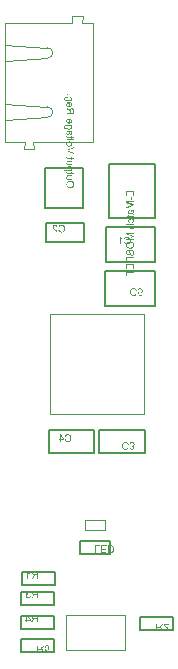
<source format=gbr>
G04*
G04 #@! TF.GenerationSoftware,Altium Limited,Altium Designer,23.1.1 (15)*
G04*
G04 Layer_Color=8388736*
%FSLAX25Y25*%
%MOIN*%
G70*
G04*
G04 #@! TF.SameCoordinates,7F6F0EF6-604E-4872-8498-859B9B4CD440*
G04*
G04*
G04 #@! TF.FilePolarity,Positive*
G04*
G01*
G75*
%ADD11C,0.00787*%
%ADD41C,0.00394*%
G36*
X188797Y169834D02*
X188499D01*
Y171381D01*
X187644D01*
Y169987D01*
X187345D01*
Y171381D01*
X186577D01*
Y169893D01*
X186278D01*
Y171716D01*
X188797D01*
Y169834D01*
D02*
G37*
G36*
X188040Y168579D02*
X187731D01*
Y169536D01*
X188040D01*
Y168579D01*
D02*
G37*
G36*
X188797Y167891D02*
X186653D01*
X188797Y167163D01*
Y166864D01*
X186690Y166129D01*
X188797D01*
Y165808D01*
X186278D01*
Y166256D01*
X188033Y166860D01*
X188128Y166893D01*
X188208Y166919D01*
X188277Y166944D01*
X188335Y166962D01*
X188379Y166977D01*
X188411Y166988D01*
X188430Y166991D01*
X188437Y166995D01*
X188386Y167010D01*
X188328Y167028D01*
X188266Y167050D01*
X188204Y167068D01*
X188149Y167086D01*
X188106Y167101D01*
X188088Y167108D01*
X188077Y167112D01*
X188069Y167115D01*
X188066D01*
X186278Y167712D01*
Y168211D01*
X188797D01*
Y167891D01*
D02*
G37*
G36*
X188361Y165408D02*
X188397Y165404D01*
X188473Y165386D01*
X188535Y165361D01*
X188590Y165332D01*
X188634Y165303D01*
X188666Y165277D01*
X188684Y165259D01*
X188692Y165252D01*
X188739Y165186D01*
X188776Y165113D01*
X188801Y165033D01*
X188819Y164960D01*
X188830Y164895D01*
X188834Y164866D01*
Y164840D01*
X188837Y164818D01*
Y164789D01*
X188834Y164724D01*
X188827Y164658D01*
X188819Y164600D01*
X188808Y164549D01*
X188797Y164509D01*
X188786Y164476D01*
X188783Y164454D01*
X188779Y164447D01*
X188754Y164385D01*
X188721Y164327D01*
X188684Y164272D01*
X188652Y164218D01*
X188619Y164174D01*
X188593Y164141D01*
X188575Y164120D01*
X188568Y164116D01*
Y164112D01*
X188615Y164105D01*
X188659Y164098D01*
X188699Y164090D01*
X188732Y164079D01*
X188761Y164068D01*
X188779Y164061D01*
X188794Y164058D01*
X188797Y164054D01*
Y163730D01*
X188757Y163748D01*
X188717Y163766D01*
X188681Y163781D01*
X188648Y163788D01*
X188619Y163799D01*
X188597Y163803D01*
X188583Y163806D01*
X188579D01*
X188554Y163810D01*
X188521Y163814D01*
X188484D01*
X188444Y163817D01*
X188353Y163821D01*
X188262D01*
X188175Y163825D01*
X188135D01*
X188102D01*
X188073D01*
X188051D01*
X188037D01*
X188033D01*
X187618D01*
X187549D01*
X187487Y163828D01*
X187440Y163832D01*
X187400D01*
X187371Y163836D01*
X187349Y163839D01*
X187338Y163843D01*
X187334D01*
X187287Y163854D01*
X187247Y163868D01*
X187214Y163883D01*
X187181Y163901D01*
X187159Y163916D01*
X187141Y163926D01*
X187130Y163934D01*
X187127Y163937D01*
X187098Y163967D01*
X187068Y163999D01*
X187047Y164036D01*
X187025Y164072D01*
X187010Y164105D01*
X186999Y164130D01*
X186992Y164149D01*
X186988Y164156D01*
X186970Y164214D01*
X186955Y164276D01*
X186945Y164338D01*
X186937Y164400D01*
X186934Y164454D01*
X186930Y164494D01*
Y164534D01*
X186934Y164622D01*
X186941Y164698D01*
X186952Y164771D01*
X186963Y164829D01*
X186974Y164880D01*
X186985Y164917D01*
X186988Y164931D01*
X186992Y164942D01*
X186996Y164946D01*
Y164949D01*
X187021Y165011D01*
X187054Y165066D01*
X187083Y165113D01*
X187112Y165153D01*
X187141Y165182D01*
X187163Y165204D01*
X187178Y165219D01*
X187181Y165222D01*
X187229Y165255D01*
X187279Y165284D01*
X187330Y165306D01*
X187378Y165324D01*
X187425Y165339D01*
X187458Y165350D01*
X187472Y165353D01*
X187483D01*
X187487Y165357D01*
X187491D01*
X187531Y165055D01*
X187465Y165033D01*
X187407Y165011D01*
X187360Y164986D01*
X187323Y164964D01*
X187294Y164942D01*
X187276Y164924D01*
X187265Y164909D01*
X187261Y164906D01*
X187236Y164862D01*
X187218Y164811D01*
X187203Y164757D01*
X187196Y164706D01*
X187188Y164655D01*
X187185Y164618D01*
Y164582D01*
X187188Y164498D01*
X187199Y164425D01*
X187218Y164367D01*
X187236Y164316D01*
X187258Y164280D01*
X187272Y164251D01*
X187287Y164232D01*
X187290Y164229D01*
X187323Y164199D01*
X187363Y164178D01*
X187407Y164160D01*
X187451Y164149D01*
X187491Y164141D01*
X187527Y164138D01*
X187549D01*
X187552D01*
X187556D01*
X187563D01*
X187578D01*
X187603D01*
X187625Y164141D01*
X187633D01*
X187636D01*
X187647Y164178D01*
X187658Y164218D01*
X187680Y164302D01*
X187698Y164396D01*
X187716Y164483D01*
X187724Y164527D01*
X187727Y164567D01*
X187734Y164604D01*
X187738Y164633D01*
X187742Y164658D01*
Y164676D01*
X187745Y164691D01*
Y164695D01*
X187753Y164760D01*
X187764Y164815D01*
X187771Y164862D01*
X187778Y164898D01*
X187782Y164927D01*
X187789Y164949D01*
X187793Y164964D01*
Y164968D01*
X187807Y165015D01*
X187822Y165055D01*
X187840Y165095D01*
X187855Y165128D01*
X187869Y165157D01*
X187884Y165175D01*
X187891Y165190D01*
X187895Y165193D01*
X187920Y165230D01*
X187949Y165259D01*
X187978Y165288D01*
X188007Y165310D01*
X188033Y165328D01*
X188055Y165342D01*
X188069Y165350D01*
X188073Y165353D01*
X188113Y165372D01*
X188157Y165386D01*
X188197Y165397D01*
X188237Y165404D01*
X188270Y165408D01*
X188295Y165412D01*
X188310D01*
X188317D01*
X188361Y165408D01*
D02*
G37*
G36*
X187210Y163297D02*
X188266D01*
X188317D01*
X188361D01*
X188401Y163293D01*
X188441Y163290D01*
X188473D01*
X188503Y163286D01*
X188550Y163279D01*
X188586Y163271D01*
X188612Y163268D01*
X188626Y163260D01*
X188630D01*
X188663Y163246D01*
X188688Y163224D01*
X188714Y163202D01*
X188732Y163184D01*
X188750Y163162D01*
X188761Y163148D01*
X188768Y163137D01*
X188772Y163133D01*
X188790Y163093D01*
X188801Y163053D01*
X188812Y163009D01*
X188816Y162966D01*
X188819Y162929D01*
X188823Y162900D01*
Y162871D01*
X188819Y162791D01*
X188816Y162751D01*
X188808Y162714D01*
X188805Y162682D01*
X188801Y162656D01*
X188797Y162642D01*
Y162634D01*
X188524Y162674D01*
X188528Y162704D01*
X188532Y162733D01*
Y162758D01*
X188535Y162776D01*
Y162813D01*
X188532Y162860D01*
X188524Y162893D01*
X188517Y162911D01*
X188514Y162918D01*
X188495Y162944D01*
X188477Y162958D01*
X188462Y162969D01*
X188455Y162973D01*
X188437Y162977D01*
X188411Y162980D01*
X188353Y162984D01*
X188328Y162987D01*
X188306D01*
X188291D01*
X188284D01*
X187210D01*
Y162674D01*
X186970D01*
Y162987D01*
X186333D01*
X186519Y163297D01*
X186970D01*
Y163526D01*
X187210D01*
Y163297D01*
D02*
G37*
G36*
X187975Y162456D02*
X188051Y162449D01*
X188128Y162438D01*
X188193Y162423D01*
X188259Y162409D01*
X188313Y162387D01*
X188368Y162369D01*
X188415Y162347D01*
X188455Y162325D01*
X188492Y162307D01*
X188524Y162285D01*
X188550Y162270D01*
X188568Y162256D01*
X188583Y162245D01*
X188590Y162238D01*
X188593Y162234D01*
X188637Y162190D01*
X188674Y162143D01*
X188706Y162096D01*
X188735Y162045D01*
X188757Y161994D01*
X188779Y161946D01*
X188808Y161848D01*
X188816Y161804D01*
X188823Y161764D01*
X188830Y161728D01*
X188834Y161695D01*
X188837Y161670D01*
Y161633D01*
X188834Y161579D01*
X188830Y161524D01*
X188808Y161430D01*
X188783Y161342D01*
X188750Y161269D01*
X188732Y161240D01*
X188717Y161211D01*
X188703Y161186D01*
X188688Y161167D01*
X188677Y161153D01*
X188670Y161142D01*
X188666Y161135D01*
X188663Y161131D01*
X188626Y161095D01*
X188590Y161062D01*
X188510Y161004D01*
X188426Y160956D01*
X188350Y160924D01*
X188277Y160898D01*
X188248Y160891D01*
X188219Y160883D01*
X188197Y160880D01*
X188182Y160876D01*
X188171Y160873D01*
X188168D01*
X188128Y161178D01*
X188208Y161193D01*
X188280Y161215D01*
X188339Y161244D01*
X188386Y161269D01*
X188426Y161295D01*
X188452Y161317D01*
X188470Y161328D01*
X188473Y161335D01*
X188510Y161382D01*
X188535Y161433D01*
X188557Y161484D01*
X188568Y161531D01*
X188575Y161572D01*
X188579Y161608D01*
X188583Y161630D01*
Y161637D01*
X188579Y161677D01*
X188575Y161717D01*
X188557Y161790D01*
X188532Y161852D01*
X188499Y161906D01*
X188470Y161946D01*
X188444Y161979D01*
X188426Y161997D01*
X188419Y162005D01*
X188386Y162030D01*
X188346Y162052D01*
X188266Y162085D01*
X188175Y162110D01*
X188088Y162125D01*
X188007Y162136D01*
X187975Y162139D01*
X187942D01*
X187920Y162143D01*
X187898D01*
X187887D01*
X187884D01*
X187818D01*
X187756Y162136D01*
X187698Y162128D01*
X187647Y162121D01*
X187600Y162110D01*
X187556Y162096D01*
X187516Y162085D01*
X187480Y162070D01*
X187451Y162056D01*
X187425Y162045D01*
X187403Y162030D01*
X187385Y162019D01*
X187371Y162012D01*
X187360Y162005D01*
X187356Y161997D01*
X187352D01*
X187323Y161968D01*
X187298Y161939D01*
X187254Y161877D01*
X187225Y161812D01*
X187207Y161753D01*
X187192Y161699D01*
X187188Y161659D01*
X187185Y161641D01*
Y161619D01*
X187188Y161564D01*
X187199Y161513D01*
X187214Y161470D01*
X187232Y161430D01*
X187250Y161400D01*
X187265Y161375D01*
X187276Y161360D01*
X187279Y161357D01*
X187316Y161320D01*
X187360Y161288D01*
X187407Y161258D01*
X187451Y161240D01*
X187491Y161222D01*
X187523Y161211D01*
X187545Y161207D01*
X187549Y161204D01*
X187552D01*
X187505Y160902D01*
X187407Y160927D01*
X187323Y160964D01*
X187250Y161004D01*
X187192Y161044D01*
X187145Y161084D01*
X187112Y161117D01*
X187090Y161138D01*
X187083Y161142D01*
Y161146D01*
X187032Y161222D01*
X186996Y161302D01*
X186967Y161382D01*
X186948Y161459D01*
X186937Y161528D01*
X186934Y161557D01*
Y161579D01*
X186930Y161601D01*
Y161630D01*
X186934Y161717D01*
X186948Y161797D01*
X186967Y161874D01*
X186985Y161935D01*
X187006Y161990D01*
X187017Y162012D01*
X187025Y162030D01*
X187032Y162045D01*
X187039Y162056D01*
X187043Y162063D01*
Y162066D01*
X187087Y162136D01*
X187141Y162198D01*
X187196Y162249D01*
X187250Y162292D01*
X187298Y162325D01*
X187338Y162347D01*
X187352Y162354D01*
X187363Y162361D01*
X187371Y162365D01*
X187374D01*
X187461Y162398D01*
X187549Y162420D01*
X187636Y162438D01*
X187716Y162449D01*
X187753Y162452D01*
X187785Y162456D01*
X187815D01*
X187840Y162460D01*
X187862D01*
X187876D01*
X187887D01*
X187891D01*
X187975Y162456D01*
D02*
G37*
G36*
X188797Y160298D02*
X187800D01*
X187724Y160294D01*
X187658Y160290D01*
X187600Y160283D01*
X187552Y160272D01*
X187516Y160261D01*
X187487Y160254D01*
X187472Y160250D01*
X187465Y160247D01*
X187422Y160225D01*
X187381Y160199D01*
X187349Y160170D01*
X187320Y160141D01*
X187298Y160116D01*
X187283Y160094D01*
X187272Y160079D01*
X187269Y160075D01*
X187243Y160028D01*
X187225Y159984D01*
X187214Y159941D01*
X187203Y159904D01*
X187199Y159868D01*
X187196Y159843D01*
Y159821D01*
X187199Y159755D01*
X187214Y159697D01*
X187229Y159650D01*
X187250Y159609D01*
X187269Y159577D01*
X187287Y159555D01*
X187301Y159540D01*
X187305Y159537D01*
X187349Y159504D01*
X187403Y159478D01*
X187458Y159460D01*
X187513Y159446D01*
X187563Y159438D01*
X187603Y159435D01*
X187618D01*
X187629D01*
X187636D01*
X187640D01*
X188797D01*
Y159125D01*
X187644D01*
X187549Y159129D01*
X187465Y159136D01*
X187396Y159147D01*
X187338Y159158D01*
X187290Y159169D01*
X187258Y159180D01*
X187240Y159187D01*
X187232Y159191D01*
X187181Y159220D01*
X187137Y159253D01*
X187101Y159289D01*
X187068Y159322D01*
X187043Y159355D01*
X187025Y159380D01*
X187014Y159398D01*
X187010Y159406D01*
X186985Y159464D01*
X186963Y159522D01*
X186948Y159580D01*
X186941Y159635D01*
X186934Y159682D01*
X186930Y159722D01*
Y159755D01*
X186934Y159813D01*
X186941Y159872D01*
X186952Y159926D01*
X186970Y159977D01*
X187010Y160072D01*
X187032Y160112D01*
X187054Y160148D01*
X187079Y160181D01*
X187101Y160214D01*
X187123Y160239D01*
X187141Y160257D01*
X187159Y160276D01*
X187170Y160287D01*
X187178Y160294D01*
X187181Y160298D01*
X186278D01*
Y160607D01*
X188797D01*
Y160298D01*
D02*
G37*
G36*
Y157320D02*
X186653D01*
X188797Y156592D01*
Y156293D01*
X187547Y155857D01*
X187550Y155853D01*
X187565Y155835D01*
X187572Y155820D01*
X187575Y155809D01*
X187579Y155806D01*
X187630Y155693D01*
X187666Y155576D01*
X187670Y155558D01*
X188797D01*
Y155238D01*
X187723D01*
X187725Y155223D01*
Y155187D01*
X187728Y155161D01*
Y155139D01*
Y155125D01*
Y155121D01*
X187721Y154990D01*
X187706Y154863D01*
X187695Y154790D01*
X187698Y154790D01*
X187811Y154776D01*
X187920Y154754D01*
X187968Y154739D01*
X188015Y154725D01*
X188055Y154714D01*
X188091Y154699D01*
X188124Y154688D01*
X188153Y154677D01*
X188175Y154670D01*
X188189Y154663D01*
X188200Y154656D01*
X188204D01*
X188310Y154594D01*
X188401Y154528D01*
X188481Y154455D01*
X188546Y154386D01*
X188601Y154324D01*
X188623Y154299D01*
X188637Y154277D01*
X188652Y154255D01*
X188663Y154241D01*
X188666Y154233D01*
X188670Y154230D01*
X188699Y154175D01*
X188725Y154120D01*
X188768Y154011D01*
X188797Y153906D01*
X188819Y153807D01*
X188827Y153760D01*
X188830Y153720D01*
X188837Y153684D01*
Y153651D01*
X188841Y153629D01*
Y153593D01*
X188834Y153472D01*
X188816Y153360D01*
X188794Y153254D01*
X188779Y153207D01*
X188765Y153163D01*
X188750Y153123D01*
X188735Y153087D01*
X188725Y153058D01*
X188714Y153032D01*
X188703Y153010D01*
X188696Y152992D01*
X188688Y152985D01*
Y152981D01*
X188623Y152879D01*
X188550Y152792D01*
X188473Y152719D01*
X188401Y152657D01*
X188331Y152606D01*
X188306Y152588D01*
X188280Y152573D01*
X188259Y152559D01*
X188244Y152551D01*
X188233Y152544D01*
X188230D01*
X188171Y152515D01*
X188113Y152493D01*
X187997Y152453D01*
X187880Y152424D01*
X187775Y152406D01*
X187727Y152402D01*
X187683Y152395D01*
X187644Y152391D01*
X187611D01*
X187582Y152388D01*
X187563D01*
X187549D01*
X187545D01*
X187407Y152395D01*
X187279Y152410D01*
X187221Y152420D01*
X187163Y152435D01*
X187112Y152450D01*
X187065Y152461D01*
X187021Y152475D01*
X186981Y152490D01*
X186948Y152501D01*
X186919Y152515D01*
X186897Y152522D01*
X186883Y152530D01*
X186872Y152537D01*
X186868D01*
X186763Y152595D01*
X186668Y152664D01*
X186588Y152737D01*
X186522Y152803D01*
X186471Y152865D01*
X186450Y152894D01*
X186431Y152916D01*
X186421Y152937D01*
X186409Y152952D01*
X186406Y152959D01*
X186402Y152963D01*
X186373Y153017D01*
X186348Y153072D01*
X186304Y153178D01*
X186275Y153287D01*
X186257Y153382D01*
X186249Y153425D01*
X186242Y153469D01*
X186239Y153502D01*
Y153534D01*
X186235Y153560D01*
Y153593D01*
X186239Y153691D01*
X186249Y153782D01*
X186261Y153837D01*
X186218Y153851D01*
X186163Y153869D01*
X186112Y153887D01*
X186065Y153909D01*
X186025Y153927D01*
X185985Y153946D01*
X185956Y153964D01*
X185926Y153982D01*
X185908Y153997D01*
X185890Y154004D01*
X185883Y154011D01*
X185879Y154015D01*
X185828Y154058D01*
X185784Y154102D01*
X185745Y154153D01*
X185705Y154204D01*
X185639Y154306D01*
X185588Y154408D01*
X185566Y154455D01*
X185548Y154499D01*
X185533Y154539D01*
X185522Y154572D01*
X185512Y154601D01*
X185504Y154622D01*
X185501Y154637D01*
Y154641D01*
X185836Y154725D01*
X185850Y154666D01*
X185868Y154612D01*
X185887Y154561D01*
X185905Y154513D01*
X185926Y154470D01*
X185948Y154433D01*
X185974Y154397D01*
X185996Y154364D01*
X186014Y154335D01*
X186036Y154313D01*
X186054Y154291D01*
X186068Y154273D01*
X186083Y154262D01*
X186094Y154251D01*
X186098Y154248D01*
X186101Y154244D01*
X186138Y154215D01*
X186178Y154193D01*
X186258Y154153D01*
X186334Y154124D01*
X186356Y154119D01*
X186380Y154168D01*
X186413Y154226D01*
X186446Y154280D01*
X186479Y154328D01*
X186508Y154368D01*
X186537Y154401D01*
X186559Y154426D01*
X186577Y154448D01*
X186588Y154459D01*
X186591Y154463D01*
X186661Y154521D01*
X186733Y154572D01*
X186814Y154619D01*
X186894Y154656D01*
X186977Y154688D01*
X187057Y154717D01*
X187137Y154739D01*
X187214Y154754D01*
X187287Y154768D01*
X187352Y154779D01*
X187364Y154845D01*
X187375Y154932D01*
X187379Y154972D01*
X187382Y155008D01*
Y155041D01*
X187386Y155067D01*
Y155088D01*
Y155107D01*
Y155118D01*
Y155121D01*
X187382Y155216D01*
X187381Y155238D01*
X186278D01*
Y155686D01*
X187066Y155957D01*
X187044Y155973D01*
X187040Y155980D01*
X187037D01*
X186960Y156028D01*
X186876Y156064D01*
X186796Y156089D01*
X186720Y156104D01*
X186651Y156115D01*
X186622Y156119D01*
X186596D01*
X186578Y156122D01*
X186549D01*
X186458Y156119D01*
X186374Y156104D01*
X186305Y156082D01*
X186243Y156060D01*
X186196Y156035D01*
X186160Y156017D01*
X186138Y156002D01*
X186130Y155995D01*
X186072Y155940D01*
X186018Y155878D01*
X185974Y155813D01*
X185937Y155747D01*
X185908Y155689D01*
X185897Y155660D01*
X185890Y155638D01*
X185883Y155620D01*
X185875Y155605D01*
X185872Y155598D01*
Y155594D01*
X185544Y155671D01*
X185566Y155736D01*
X185588Y155795D01*
X185617Y155849D01*
X185643Y155904D01*
X185672Y155951D01*
X185705Y155995D01*
X185734Y156038D01*
X185763Y156075D01*
X185792Y156104D01*
X185817Y156133D01*
X185843Y156159D01*
X185861Y156177D01*
X185879Y156195D01*
X185894Y156206D01*
X185901Y156210D01*
X185905Y156213D01*
X185956Y156246D01*
X186007Y156279D01*
X186057Y156304D01*
X186112Y156326D01*
X186221Y156359D01*
X186320Y156381D01*
X186367Y156392D01*
X186407Y156395D01*
X186447Y156399D01*
X186480Y156403D01*
X186505Y156406D01*
X186542D01*
X186662Y156399D01*
X186778Y156381D01*
X186880Y156359D01*
X186927Y156344D01*
X186971Y156330D01*
X187011Y156315D01*
X187048Y156301D01*
X187077Y156290D01*
X187106Y156279D01*
X187124Y156268D01*
X187139Y156261D01*
X187150Y156257D01*
X187153Y156253D01*
X187251Y156191D01*
X187335Y156119D01*
X187387Y156067D01*
X188033Y156290D01*
X188128Y156323D01*
X188208Y156348D01*
X188277Y156374D01*
X188335Y156392D01*
X188379Y156406D01*
X188411Y156417D01*
X188430Y156421D01*
X188437Y156424D01*
X188386Y156439D01*
X188328Y156457D01*
X188266Y156479D01*
X188204Y156497D01*
X188149Y156516D01*
X188106Y156530D01*
X188088Y156537D01*
X188077Y156541D01*
X188069Y156545D01*
X188066D01*
X186278Y157142D01*
Y157640D01*
X188797D01*
Y157320D01*
D02*
G37*
G36*
X184289Y156312D02*
X184328Y156253D01*
X184376Y156195D01*
X184420Y156144D01*
X184463Y156100D01*
X184496Y156064D01*
X184511Y156053D01*
X184521Y156042D01*
X184525Y156038D01*
X184529Y156035D01*
X184605Y155973D01*
X184682Y155915D01*
X184754Y155864D01*
X184827Y155824D01*
X184889Y155787D01*
X184915Y155773D01*
X184936Y155762D01*
X184955Y155751D01*
X184969Y155747D01*
X184976Y155740D01*
X184980D01*
Y155441D01*
X184925Y155463D01*
X184871Y155489D01*
X184816Y155514D01*
X184765Y155540D01*
X184722Y155562D01*
X184685Y155580D01*
X184663Y155594D01*
X184660Y155598D01*
X184656D01*
X184591Y155638D01*
X184532Y155678D01*
X184481Y155714D01*
X184441Y155747D01*
X184405Y155773D01*
X184383Y155795D01*
X184365Y155809D01*
X184361Y155813D01*
Y153844D01*
X184052D01*
Y156373D01*
X184252D01*
X184289Y156312D01*
D02*
G37*
G36*
X188080Y152064D02*
X188168Y152049D01*
X188244Y152027D01*
X188313Y152002D01*
X188368Y151976D01*
X188390Y151965D01*
X188408Y151958D01*
X188423Y151947D01*
X188433Y151944D01*
X188441Y151936D01*
X188444D01*
X188514Y151882D01*
X188575Y151824D01*
X188626Y151762D01*
X188670Y151703D01*
X188703Y151653D01*
X188725Y151609D01*
X188732Y151594D01*
X188739Y151583D01*
X188743Y151576D01*
Y151572D01*
X188776Y151481D01*
X188801Y151387D01*
X188816Y151292D01*
X188830Y151201D01*
X188834Y151157D01*
X188837Y151121D01*
Y151088D01*
X188841Y151059D01*
Y151001D01*
X188837Y150903D01*
X188827Y150812D01*
X188808Y150728D01*
X188790Y150659D01*
X188776Y150601D01*
X188765Y150575D01*
X188757Y150553D01*
X188750Y150539D01*
X188746Y150528D01*
X188743Y150520D01*
Y150517D01*
X188703Y150440D01*
X188659Y150375D01*
X188612Y150317D01*
X188568Y150269D01*
X188532Y150233D01*
X188499Y150207D01*
X188477Y150189D01*
X188473Y150186D01*
X188470D01*
X188401Y150145D01*
X188335Y150116D01*
X188273Y150098D01*
X188215Y150084D01*
X188164Y150076D01*
X188124Y150069D01*
X188109D01*
X188099D01*
X188095D01*
X188091D01*
X188018Y150073D01*
X187949Y150084D01*
X187887Y150102D01*
X187836Y150120D01*
X187793Y150142D01*
X187760Y150156D01*
X187742Y150171D01*
X187734Y150175D01*
X187680Y150218D01*
X187629Y150269D01*
X187585Y150324D01*
X187545Y150379D01*
X187516Y150426D01*
X187494Y150466D01*
X187487Y150480D01*
X187480Y150491D01*
X187476Y150499D01*
Y150502D01*
X187461Y150531D01*
X187451Y150568D01*
X187436Y150608D01*
X187422Y150652D01*
X187396Y150742D01*
X187371Y150837D01*
X187360Y150881D01*
X187349Y150921D01*
X187338Y150961D01*
X187330Y150994D01*
X187323Y151019D01*
X187320Y151041D01*
X187316Y151056D01*
Y151059D01*
X187298Y151132D01*
X187283Y151198D01*
X187265Y151256D01*
X187250Y151307D01*
X187232Y151354D01*
X187218Y151394D01*
X187203Y151430D01*
X187192Y151463D01*
X187178Y151489D01*
X187167Y151511D01*
X187159Y151525D01*
X187148Y151540D01*
X187137Y151558D01*
X187134Y151561D01*
X187098Y151594D01*
X187061Y151616D01*
X187025Y151634D01*
X186988Y151645D01*
X186959Y151653D01*
X186934Y151656D01*
X186919D01*
X186912D01*
X186854Y151649D01*
X186803Y151634D01*
X186759Y151612D01*
X186719Y151587D01*
X186690Y151565D01*
X186664Y151543D01*
X186650Y151529D01*
X186646Y151521D01*
X186628Y151492D01*
X186610Y151463D01*
X186581Y151394D01*
X186562Y151321D01*
X186548Y151248D01*
X186541Y151183D01*
X186537Y151154D01*
X186533Y151132D01*
Y151081D01*
X186537Y150979D01*
X186551Y150888D01*
X186573Y150815D01*
X186595Y150753D01*
X186617Y150706D01*
X186639Y150670D01*
X186653Y150652D01*
X186657Y150644D01*
X186708Y150593D01*
X186763Y150553D01*
X186821Y150520D01*
X186879Y150499D01*
X186934Y150484D01*
X186974Y150473D01*
X186992Y150470D01*
X187003Y150466D01*
X187010D01*
X187014D01*
X186988Y150145D01*
X186908Y150153D01*
X186835Y150171D01*
X186766Y150189D01*
X186708Y150215D01*
X186661Y150236D01*
X186624Y150255D01*
X186613Y150262D01*
X186602Y150269D01*
X186599Y150273D01*
X186595D01*
X186533Y150320D01*
X186479Y150371D01*
X186431Y150426D01*
X186395Y150480D01*
X186362Y150528D01*
X186344Y150564D01*
X186337Y150579D01*
X186329Y150590D01*
X186326Y150597D01*
Y150601D01*
X186297Y150681D01*
X186275Y150768D01*
X186257Y150848D01*
X186246Y150925D01*
X186239Y150994D01*
Y151019D01*
X186235Y151045D01*
Y151092D01*
X186239Y151187D01*
X186249Y151270D01*
X186264Y151350D01*
X186278Y151419D01*
X186293Y151474D01*
X186300Y151500D01*
X186308Y151518D01*
X186315Y151532D01*
X186319Y151543D01*
X186322Y151550D01*
Y151554D01*
X186359Y151627D01*
X186399Y151692D01*
X186442Y151747D01*
X186482Y151791D01*
X186519Y151824D01*
X186548Y151849D01*
X186570Y151867D01*
X186573Y151871D01*
X186577D01*
X186639Y151907D01*
X186701Y151933D01*
X186763Y151951D01*
X186817Y151962D01*
X186864Y151969D01*
X186901Y151976D01*
X186916D01*
X186926D01*
X186930D01*
X186934D01*
X186996Y151973D01*
X187054Y151962D01*
X187108Y151947D01*
X187156Y151933D01*
X187192Y151918D01*
X187221Y151904D01*
X187240Y151893D01*
X187247Y151889D01*
X187298Y151853D01*
X187345Y151809D01*
X187385Y151765D01*
X187418Y151722D01*
X187447Y151685D01*
X187465Y151653D01*
X187480Y151631D01*
X187483Y151627D01*
Y151623D01*
X187498Y151594D01*
X187513Y151561D01*
X187538Y151489D01*
X187563Y151405D01*
X187589Y151325D01*
X187611Y151252D01*
X187618Y151219D01*
X187625Y151190D01*
X187633Y151168D01*
X187636Y151150D01*
X187640Y151139D01*
Y151136D01*
X187654Y151074D01*
X187669Y151015D01*
X187683Y150964D01*
X187695Y150921D01*
X187705Y150877D01*
X187716Y150841D01*
X187724Y150808D01*
X187734Y150783D01*
X187742Y150757D01*
X187745Y150739D01*
X187756Y150710D01*
X187760Y150691D01*
X187764Y150688D01*
X187785Y150633D01*
X187811Y150586D01*
X187836Y150546D01*
X187858Y150517D01*
X187880Y150491D01*
X187895Y150477D01*
X187906Y150466D01*
X187909Y150462D01*
X187942Y150437D01*
X187978Y150418D01*
X188015Y150408D01*
X188044Y150397D01*
X188073Y150393D01*
X188095Y150389D01*
X188113D01*
X188117D01*
X188160Y150393D01*
X188200Y150400D01*
X188237Y150411D01*
X188266Y150426D01*
X188295Y150440D01*
X188313Y150451D01*
X188328Y150459D01*
X188331Y150462D01*
X188368Y150491D01*
X188397Y150528D01*
X188423Y150564D01*
X188448Y150597D01*
X188462Y150630D01*
X188477Y150655D01*
X188484Y150673D01*
X188488Y150681D01*
X188506Y150735D01*
X188521Y150793D01*
X188528Y150852D01*
X188535Y150903D01*
X188539Y150946D01*
X188543Y150983D01*
Y151015D01*
X188539Y151096D01*
X188532Y151168D01*
X188521Y151234D01*
X188506Y151292D01*
X188492Y151339D01*
X188481Y151376D01*
X188477Y151387D01*
X188473Y151398D01*
X188470Y151401D01*
Y151405D01*
X188441Y151463D01*
X188408Y151518D01*
X188375Y151558D01*
X188342Y151594D01*
X188317Y151623D01*
X188291Y151642D01*
X188277Y151653D01*
X188273Y151656D01*
X188226Y151682D01*
X188175Y151707D01*
X188120Y151722D01*
X188073Y151736D01*
X188026Y151747D01*
X187993Y151754D01*
X187978D01*
X187968Y151758D01*
X187964D01*
X187960D01*
X187989Y152071D01*
X188080Y152064D01*
D02*
G37*
G36*
X188797Y149261D02*
X187654D01*
Y148078D01*
X187356D01*
Y149261D01*
X186577D01*
Y147892D01*
X186278D01*
Y149596D01*
X188797D01*
Y149261D01*
D02*
G37*
G36*
Y145574D02*
X188499D01*
Y147121D01*
X187644D01*
Y145727D01*
X187345D01*
Y147121D01*
X186577D01*
Y145632D01*
X186278D01*
Y147456D01*
X188797D01*
Y145574D01*
D02*
G37*
G36*
X186577Y144471D02*
X188797D01*
Y144136D01*
X186577D01*
Y143306D01*
X186278D01*
Y145301D01*
X186577D01*
Y144471D01*
D02*
G37*
G36*
X188787Y139210D02*
X188856Y139203D01*
X188922Y139196D01*
X188984Y139181D01*
X189042Y139163D01*
X189097Y139145D01*
X189148Y139126D01*
X189195Y139104D01*
X189235Y139086D01*
X189275Y139068D01*
X189304Y139050D01*
X189333Y139032D01*
X189351Y139017D01*
X189370Y139010D01*
X189377Y139003D01*
X189381Y138999D01*
X189432Y138955D01*
X189475Y138911D01*
X189515Y138861D01*
X189555Y138810D01*
X189621Y138708D01*
X189672Y138606D01*
X189694Y138558D01*
X189712Y138515D01*
X189726Y138475D01*
X189737Y138442D01*
X189748Y138413D01*
X189755Y138391D01*
X189759Y138376D01*
Y138373D01*
X189424Y138289D01*
X189410Y138347D01*
X189392Y138402D01*
X189373Y138453D01*
X189355Y138500D01*
X189333Y138544D01*
X189311Y138580D01*
X189286Y138617D01*
X189264Y138649D01*
X189246Y138679D01*
X189224Y138700D01*
X189206Y138722D01*
X189191Y138741D01*
X189177Y138751D01*
X189166Y138762D01*
X189162Y138766D01*
X189158Y138770D01*
X189122Y138799D01*
X189082Y138821D01*
X189002Y138861D01*
X188926Y138890D01*
X188849Y138908D01*
X188784Y138923D01*
X188758Y138926D01*
X188733D01*
X188711Y138930D01*
X188685D01*
X188602Y138926D01*
X188522Y138911D01*
X188449Y138893D01*
X188383Y138872D01*
X188332Y138850D01*
X188310Y138839D01*
X188292Y138831D01*
X188278Y138824D01*
X188267Y138817D01*
X188259Y138813D01*
X188256D01*
X188187Y138762D01*
X188128Y138708D01*
X188077Y138646D01*
X188037Y138588D01*
X188005Y138537D01*
X187983Y138493D01*
X187976Y138475D01*
X187968Y138464D01*
X187965Y138456D01*
Y138453D01*
X187935Y138358D01*
X187914Y138264D01*
X187896Y138169D01*
X187884Y138082D01*
X187881Y138042D01*
X187877Y138005D01*
Y137972D01*
X187874Y137947D01*
Y137925D01*
Y137907D01*
Y137896D01*
Y137892D01*
X187877Y137798D01*
X187884Y137710D01*
X187899Y137630D01*
X187914Y137557D01*
X187925Y137496D01*
X187932Y137470D01*
X187939Y137448D01*
X187943Y137430D01*
X187946Y137419D01*
X187950Y137412D01*
Y137408D01*
X187986Y137325D01*
X188026Y137248D01*
X188070Y137186D01*
X188118Y137132D01*
X188157Y137088D01*
X188190Y137059D01*
X188216Y137041D01*
X188219Y137033D01*
X188223D01*
X188300Y136986D01*
X188383Y136950D01*
X188463Y136924D01*
X188540Y136909D01*
X188609Y136899D01*
X188638Y136895D01*
X188663D01*
X188682Y136891D01*
X188711D01*
X188802Y136895D01*
X188885Y136909D01*
X188955Y136931D01*
X189017Y136953D01*
X189064Y136979D01*
X189100Y136997D01*
X189122Y137011D01*
X189129Y137019D01*
X189188Y137073D01*
X189242Y137135D01*
X189286Y137201D01*
X189322Y137266D01*
X189351Y137325D01*
X189362Y137354D01*
X189370Y137375D01*
X189377Y137394D01*
X189384Y137408D01*
X189388Y137416D01*
Y137419D01*
X189716Y137343D01*
X189694Y137277D01*
X189672Y137219D01*
X189643Y137164D01*
X189617Y137110D01*
X189588Y137062D01*
X189555Y137019D01*
X189526Y136975D01*
X189497Y136939D01*
X189468Y136909D01*
X189443Y136880D01*
X189417Y136855D01*
X189399Y136837D01*
X189381Y136819D01*
X189366Y136808D01*
X189359Y136804D01*
X189355Y136800D01*
X189304Y136768D01*
X189253Y136735D01*
X189202Y136709D01*
X189148Y136688D01*
X189038Y136655D01*
X188940Y136633D01*
X188893Y136622D01*
X188853Y136618D01*
X188813Y136615D01*
X188780Y136611D01*
X188754Y136607D01*
X188718D01*
X188598Y136615D01*
X188481Y136633D01*
X188380Y136655D01*
X188332Y136669D01*
X188289Y136684D01*
X188249Y136698D01*
X188212Y136713D01*
X188183Y136724D01*
X188154Y136735D01*
X188136Y136746D01*
X188121Y136753D01*
X188110Y136757D01*
X188107Y136760D01*
X188008Y136822D01*
X187925Y136895D01*
X187852Y136968D01*
X187790Y137041D01*
X187743Y137106D01*
X187724Y137135D01*
X187710Y137161D01*
X187695Y137179D01*
X187688Y137194D01*
X187684Y137204D01*
X187681Y137208D01*
X187630Y137321D01*
X187593Y137437D01*
X187568Y137554D01*
X187550Y137659D01*
X187542Y137707D01*
X187539Y137754D01*
X187535Y137790D01*
Y137827D01*
X187531Y137852D01*
Y137874D01*
Y137889D01*
Y137892D01*
X187539Y138023D01*
X187553Y138151D01*
X187572Y138264D01*
X187586Y138318D01*
X187597Y138365D01*
X187608Y138409D01*
X187622Y138449D01*
X187633Y138486D01*
X187641Y138515D01*
X187652Y138537D01*
X187655Y138555D01*
X187662Y138566D01*
Y138569D01*
X187717Y138679D01*
X187779Y138777D01*
X187845Y138861D01*
X187877Y138893D01*
X187906Y138926D01*
X187935Y138955D01*
X187965Y138981D01*
X187990Y139003D01*
X188012Y139017D01*
X188026Y139032D01*
X188041Y139043D01*
X188048Y139046D01*
X188052Y139050D01*
X188103Y139079D01*
X188154Y139104D01*
X188263Y139145D01*
X188372Y139174D01*
X188478Y139192D01*
X188529Y139199D01*
X188573Y139206D01*
X188612Y139210D01*
X188645D01*
X188674Y139214D01*
X188715D01*
X188787Y139210D01*
D02*
G37*
G36*
X190928D02*
X191000Y139199D01*
X191069Y139184D01*
X191131Y139166D01*
X191190Y139141D01*
X191244Y139115D01*
X191295Y139090D01*
X191339Y139061D01*
X191379Y139032D01*
X191415Y139006D01*
X191445Y138977D01*
X191470Y138955D01*
X191488Y138937D01*
X191503Y138923D01*
X191510Y138911D01*
X191514Y138908D01*
X191550Y138861D01*
X191579Y138810D01*
X191608Y138762D01*
X191630Y138711D01*
X191666Y138613D01*
X191688Y138518D01*
X191696Y138478D01*
X191703Y138438D01*
X191707Y138406D01*
X191710Y138376D01*
X191714Y138351D01*
Y138333D01*
Y138322D01*
Y138318D01*
X191710Y138253D01*
X191703Y138191D01*
X191692Y138129D01*
X191677Y138074D01*
X191659Y138023D01*
X191641Y137972D01*
X191619Y137929D01*
X191601Y137889D01*
X191579Y137852D01*
X191557Y137820D01*
X191539Y137794D01*
X191521Y137769D01*
X191506Y137750D01*
X191495Y137740D01*
X191488Y137732D01*
X191484Y137729D01*
X191441Y137689D01*
X191397Y137652D01*
X191350Y137623D01*
X191303Y137598D01*
X191255Y137572D01*
X191208Y137554D01*
X191121Y137528D01*
X191080Y137517D01*
X191044Y137510D01*
X191011Y137506D01*
X190982Y137503D01*
X190960Y137499D01*
X190880D01*
X190837Y137506D01*
X190749Y137525D01*
X190669Y137550D01*
X190596Y137579D01*
X190538Y137608D01*
X190513Y137623D01*
X190491Y137634D01*
X190473Y137645D01*
X190462Y137652D01*
X190454Y137656D01*
X190451Y137659D01*
X190585Y136979D01*
X191594D01*
Y136684D01*
X190341D01*
X190098Y137980D01*
X190389Y138020D01*
X190414Y137980D01*
X190447Y137947D01*
X190476Y137914D01*
X190505Y137889D01*
X190534Y137871D01*
X190556Y137852D01*
X190571Y137845D01*
X190575Y137841D01*
X190622Y137820D01*
X190669Y137801D01*
X190713Y137790D01*
X190756Y137779D01*
X190793Y137776D01*
X190822Y137772D01*
X190891D01*
X190935Y137779D01*
X191011Y137798D01*
X191077Y137823D01*
X191135Y137849D01*
X191179Y137878D01*
X191211Y137903D01*
X191230Y137922D01*
X191237Y137925D01*
Y137929D01*
X191288Y137991D01*
X191324Y138056D01*
X191350Y138125D01*
X191368Y138195D01*
X191379Y138253D01*
X191383Y138278D01*
Y138300D01*
X191386Y138318D01*
Y138333D01*
Y138340D01*
Y138344D01*
Y138395D01*
X191379Y138442D01*
X191361Y138533D01*
X191335Y138609D01*
X191310Y138671D01*
X191281Y138722D01*
X191255Y138762D01*
X191244Y138773D01*
X191237Y138784D01*
X191233Y138788D01*
X191230Y138791D01*
X191201Y138821D01*
X191172Y138846D01*
X191106Y138890D01*
X191044Y138919D01*
X190982Y138937D01*
X190931Y138952D01*
X190887Y138955D01*
X190873Y138959D01*
X190851D01*
X190782Y138955D01*
X190720Y138941D01*
X190665Y138923D01*
X190622Y138901D01*
X190582Y138879D01*
X190553Y138861D01*
X190538Y138846D01*
X190531Y138842D01*
X190487Y138791D01*
X190451Y138737D01*
X190422Y138675D01*
X190400Y138620D01*
X190385Y138566D01*
X190374Y138526D01*
X190371Y138507D01*
X190367Y138497D01*
Y138489D01*
Y138486D01*
X190043Y138511D01*
X190050Y138569D01*
X190061Y138624D01*
X190094Y138726D01*
X190134Y138813D01*
X190156Y138853D01*
X190178Y138886D01*
X190196Y138919D01*
X190218Y138948D01*
X190236Y138970D01*
X190254Y138988D01*
X190269Y139003D01*
X190276Y139017D01*
X190283Y139021D01*
X190287Y139024D01*
X190331Y139057D01*
X190374Y139086D01*
X190422Y139112D01*
X190469Y139134D01*
X190560Y139166D01*
X190651Y139188D01*
X190691Y139199D01*
X190731Y139203D01*
X190764Y139206D01*
X190793Y139210D01*
X190818Y139214D01*
X190851D01*
X190928Y139210D01*
D02*
G37*
G36*
X166912Y90583D02*
X167029Y90564D01*
X167131Y90543D01*
X167178Y90528D01*
X167222Y90513D01*
X167262Y90499D01*
X167298Y90484D01*
X167327Y90473D01*
X167357Y90462D01*
X167375Y90452D01*
X167389Y90444D01*
X167400Y90441D01*
X167404Y90437D01*
X167502Y90375D01*
X167586Y90302D01*
X167659Y90229D01*
X167720Y90157D01*
X167768Y90091D01*
X167786Y90062D01*
X167800Y90037D01*
X167815Y90018D01*
X167822Y90004D01*
X167826Y89993D01*
X167830Y89989D01*
X167881Y89877D01*
X167917Y89760D01*
X167943Y89644D01*
X167961Y89538D01*
X167968Y89491D01*
X167972Y89443D01*
X167975Y89407D01*
Y89371D01*
X167979Y89345D01*
Y89323D01*
Y89309D01*
Y89305D01*
X167972Y89174D01*
X167957Y89047D01*
X167939Y88934D01*
X167924Y88879D01*
X167913Y88832D01*
X167903Y88788D01*
X167888Y88748D01*
X167877Y88712D01*
X167870Y88683D01*
X167859Y88661D01*
X167855Y88643D01*
X167848Y88632D01*
Y88628D01*
X167793Y88519D01*
X167731Y88420D01*
X167666Y88337D01*
X167633Y88304D01*
X167604Y88271D01*
X167575Y88242D01*
X167546Y88217D01*
X167520Y88195D01*
X167498Y88180D01*
X167484Y88166D01*
X167469Y88155D01*
X167462Y88151D01*
X167458Y88147D01*
X167407Y88118D01*
X167357Y88093D01*
X167247Y88053D01*
X167138Y88024D01*
X167033Y88006D01*
X166981Y87998D01*
X166938Y87991D01*
X166898Y87987D01*
X166865D01*
X166836Y87984D01*
X166796D01*
X166723Y87987D01*
X166654Y87995D01*
X166588Y88002D01*
X166526Y88016D01*
X166468Y88035D01*
X166414Y88053D01*
X166363Y88071D01*
X166315Y88093D01*
X166275Y88111D01*
X166235Y88129D01*
X166206Y88147D01*
X166177Y88166D01*
X166159Y88180D01*
X166141Y88187D01*
X166133Y88195D01*
X166130Y88198D01*
X166079Y88242D01*
X166035Y88286D01*
X165995Y88337D01*
X165955Y88388D01*
X165890Y88490D01*
X165839Y88591D01*
X165817Y88639D01*
X165798Y88683D01*
X165784Y88723D01*
X165773Y88755D01*
X165762Y88784D01*
X165755Y88806D01*
X165751Y88821D01*
Y88824D01*
X166086Y88908D01*
X166101Y88850D01*
X166119Y88795D01*
X166137Y88744D01*
X166155Y88697D01*
X166177Y88653D01*
X166199Y88617D01*
X166224Y88581D01*
X166246Y88548D01*
X166264Y88519D01*
X166286Y88497D01*
X166305Y88475D01*
X166319Y88457D01*
X166334Y88446D01*
X166344Y88435D01*
X166348Y88431D01*
X166352Y88428D01*
X166388Y88399D01*
X166428Y88377D01*
X166508Y88337D01*
X166585Y88308D01*
X166661Y88289D01*
X166727Y88275D01*
X166752Y88271D01*
X166778D01*
X166799Y88268D01*
X166825D01*
X166909Y88271D01*
X166989Y88286D01*
X167062Y88304D01*
X167127Y88326D01*
X167178Y88348D01*
X167200Y88359D01*
X167218Y88366D01*
X167233Y88373D01*
X167244Y88380D01*
X167251Y88384D01*
X167254D01*
X167324Y88435D01*
X167382Y88490D01*
X167433Y88551D01*
X167473Y88610D01*
X167506Y88661D01*
X167527Y88704D01*
X167535Y88723D01*
X167542Y88734D01*
X167546Y88741D01*
Y88744D01*
X167575Y88839D01*
X167597Y88934D01*
X167615Y89028D01*
X167626Y89116D01*
X167630Y89156D01*
X167633Y89192D01*
Y89225D01*
X167637Y89250D01*
Y89272D01*
Y89290D01*
Y89301D01*
Y89305D01*
X167633Y89400D01*
X167626Y89487D01*
X167611Y89567D01*
X167597Y89640D01*
X167586Y89702D01*
X167578Y89727D01*
X167571Y89749D01*
X167568Y89767D01*
X167564Y89778D01*
X167560Y89785D01*
Y89789D01*
X167524Y89873D01*
X167484Y89949D01*
X167440Y90011D01*
X167393Y90066D01*
X167353Y90109D01*
X167320Y90139D01*
X167295Y90157D01*
X167291Y90164D01*
X167287D01*
X167211Y90211D01*
X167127Y90248D01*
X167047Y90273D01*
X166971Y90288D01*
X166902Y90299D01*
X166872Y90302D01*
X166847D01*
X166829Y90306D01*
X166799D01*
X166709Y90302D01*
X166625Y90288D01*
X166556Y90266D01*
X166494Y90244D01*
X166446Y90219D01*
X166410Y90200D01*
X166388Y90186D01*
X166381Y90179D01*
X166323Y90124D01*
X166268Y90062D01*
X166224Y89997D01*
X166188Y89931D01*
X166159Y89873D01*
X166148Y89844D01*
X166141Y89822D01*
X166133Y89804D01*
X166126Y89789D01*
X166122Y89782D01*
Y89778D01*
X165795Y89855D01*
X165817Y89920D01*
X165839Y89978D01*
X165868Y90033D01*
X165893Y90088D01*
X165922Y90135D01*
X165955Y90179D01*
X165984Y90222D01*
X166013Y90259D01*
X166042Y90288D01*
X166068Y90317D01*
X166093Y90342D01*
X166112Y90361D01*
X166130Y90379D01*
X166144Y90390D01*
X166152Y90393D01*
X166155Y90397D01*
X166206Y90430D01*
X166257Y90462D01*
X166308Y90488D01*
X166363Y90510D01*
X166472Y90543D01*
X166570Y90564D01*
X166618Y90575D01*
X166658Y90579D01*
X166698Y90583D01*
X166730Y90586D01*
X166756Y90590D01*
X166792D01*
X166912Y90583D01*
D02*
G37*
G36*
X165573Y88915D02*
Y88632D01*
X164477D01*
Y88027D01*
X164168D01*
Y88632D01*
X163826D01*
Y88915D01*
X164168D01*
Y90546D01*
X164419D01*
X165573Y88915D01*
D02*
G37*
G36*
X186113Y87980D02*
X186182Y87973D01*
X186248Y87966D01*
X186309Y87951D01*
X186368Y87933D01*
X186422Y87915D01*
X186473Y87896D01*
X186521Y87875D01*
X186560Y87856D01*
X186601Y87838D01*
X186630Y87820D01*
X186659Y87802D01*
X186677Y87787D01*
X186695Y87780D01*
X186703Y87773D01*
X186706Y87769D01*
X186757Y87725D01*
X186801Y87682D01*
X186841Y87631D01*
X186881Y87580D01*
X186946Y87478D01*
X186997Y87376D01*
X187019Y87329D01*
X187037Y87285D01*
X187052Y87245D01*
X187063Y87212D01*
X187074Y87183D01*
X187081Y87161D01*
X187085Y87147D01*
Y87143D01*
X186750Y87059D01*
X186735Y87117D01*
X186717Y87172D01*
X186699Y87223D01*
X186681Y87270D01*
X186659Y87314D01*
X186637Y87350D01*
X186611Y87387D01*
X186590Y87420D01*
X186572Y87449D01*
X186550Y87471D01*
X186531Y87492D01*
X186517Y87511D01*
X186502Y87521D01*
X186491Y87532D01*
X186488Y87536D01*
X186484Y87540D01*
X186448Y87569D01*
X186408Y87591D01*
X186328Y87631D01*
X186251Y87660D01*
X186175Y87678D01*
X186109Y87693D01*
X186084Y87696D01*
X186058D01*
X186036Y87700D01*
X186011D01*
X185927Y87696D01*
X185847Y87682D01*
X185774Y87664D01*
X185709Y87642D01*
X185658Y87620D01*
X185636Y87609D01*
X185618Y87602D01*
X185603Y87594D01*
X185592Y87587D01*
X185585Y87583D01*
X185581D01*
X185512Y87532D01*
X185454Y87478D01*
X185403Y87416D01*
X185363Y87358D01*
X185330Y87307D01*
X185308Y87263D01*
X185301Y87245D01*
X185294Y87234D01*
X185290Y87227D01*
Y87223D01*
X185261Y87128D01*
X185239Y87034D01*
X185221Y86939D01*
X185210Y86852D01*
X185206Y86812D01*
X185203Y86775D01*
Y86743D01*
X185199Y86717D01*
Y86695D01*
Y86677D01*
Y86666D01*
Y86663D01*
X185203Y86568D01*
X185210Y86480D01*
X185225Y86400D01*
X185239Y86328D01*
X185250Y86266D01*
X185257Y86240D01*
X185265Y86218D01*
X185268Y86200D01*
X185272Y86189D01*
X185276Y86182D01*
Y86178D01*
X185312Y86095D01*
X185352Y86018D01*
X185396Y85956D01*
X185443Y85902D01*
X185483Y85858D01*
X185516Y85829D01*
X185541Y85811D01*
X185545Y85803D01*
X185549D01*
X185625Y85756D01*
X185709Y85720D01*
X185789Y85694D01*
X185865Y85680D01*
X185934Y85669D01*
X185964Y85665D01*
X185989D01*
X186007Y85662D01*
X186036D01*
X186127Y85665D01*
X186211Y85680D01*
X186280Y85702D01*
X186342Y85723D01*
X186390Y85749D01*
X186426Y85767D01*
X186448Y85782D01*
X186455Y85789D01*
X186513Y85843D01*
X186568Y85905D01*
X186611Y85971D01*
X186648Y86036D01*
X186677Y86095D01*
X186688Y86124D01*
X186695Y86146D01*
X186703Y86164D01*
X186710Y86178D01*
X186713Y86186D01*
Y86189D01*
X187041Y86113D01*
X187019Y86047D01*
X186997Y85989D01*
X186968Y85935D01*
X186943Y85880D01*
X186914Y85833D01*
X186881Y85789D01*
X186852Y85745D01*
X186823Y85709D01*
X186793Y85680D01*
X186768Y85650D01*
X186742Y85625D01*
X186724Y85607D01*
X186706Y85589D01*
X186692Y85578D01*
X186684Y85574D01*
X186681Y85571D01*
X186630Y85538D01*
X186579Y85505D01*
X186528Y85479D01*
X186473Y85458D01*
X186364Y85425D01*
X186266Y85403D01*
X186218Y85392D01*
X186178Y85388D01*
X186138Y85385D01*
X186106Y85381D01*
X186080Y85378D01*
X186044D01*
X185924Y85385D01*
X185807Y85403D01*
X185705Y85425D01*
X185658Y85439D01*
X185614Y85454D01*
X185574Y85469D01*
X185538Y85483D01*
X185509Y85494D01*
X185479Y85505D01*
X185461Y85516D01*
X185447Y85523D01*
X185436Y85527D01*
X185432Y85530D01*
X185334Y85592D01*
X185250Y85665D01*
X185177Y85738D01*
X185116Y85811D01*
X185068Y85876D01*
X185050Y85905D01*
X185035Y85931D01*
X185021Y85949D01*
X185013Y85964D01*
X185010Y85975D01*
X185006Y85978D01*
X184955Y86091D01*
X184919Y86207D01*
X184893Y86324D01*
X184875Y86430D01*
X184868Y86477D01*
X184864Y86524D01*
X184861Y86560D01*
Y86597D01*
X184857Y86622D01*
Y86644D01*
Y86659D01*
Y86663D01*
X184864Y86794D01*
X184879Y86921D01*
X184897Y87034D01*
X184912Y87088D01*
X184923Y87136D01*
X184933Y87179D01*
X184948Y87219D01*
X184959Y87256D01*
X184966Y87285D01*
X184977Y87307D01*
X184981Y87325D01*
X184988Y87336D01*
Y87340D01*
X185043Y87449D01*
X185105Y87547D01*
X185170Y87631D01*
X185203Y87664D01*
X185232Y87696D01*
X185261Y87725D01*
X185290Y87751D01*
X185316Y87773D01*
X185337Y87787D01*
X185352Y87802D01*
X185367Y87813D01*
X185374Y87816D01*
X185378Y87820D01*
X185429Y87849D01*
X185479Y87875D01*
X185589Y87915D01*
X185698Y87944D01*
X185803Y87962D01*
X185854Y87969D01*
X185898Y87976D01*
X185938Y87980D01*
X185971D01*
X186000Y87984D01*
X186040D01*
X186113Y87980D01*
D02*
G37*
G36*
X188239D02*
X188301Y87973D01*
X188362Y87962D01*
X188421Y87947D01*
X188475Y87929D01*
X188523Y87911D01*
X188570Y87889D01*
X188610Y87867D01*
X188650Y87849D01*
X188683Y87827D01*
X188712Y87809D01*
X188734Y87791D01*
X188752Y87776D01*
X188766Y87765D01*
X188774Y87758D01*
X188777Y87754D01*
X188821Y87711D01*
X188857Y87664D01*
X188890Y87616D01*
X188919Y87569D01*
X188941Y87525D01*
X188963Y87478D01*
X188992Y87390D01*
X188999Y87350D01*
X189007Y87314D01*
X189014Y87281D01*
X189017Y87252D01*
X189021Y87230D01*
Y87212D01*
Y87201D01*
Y87198D01*
X189017Y87110D01*
X189003Y87030D01*
X188981Y86961D01*
X188959Y86903D01*
X188937Y86855D01*
X188916Y86819D01*
X188901Y86797D01*
X188897Y86790D01*
X188847Y86735D01*
X188792Y86688D01*
X188734Y86651D01*
X188675Y86622D01*
X188624Y86601D01*
X188584Y86586D01*
X188570Y86582D01*
X188559Y86579D01*
X188552Y86575D01*
X188548D01*
X188610Y86542D01*
X188661Y86510D01*
X188705Y86473D01*
X188741Y86440D01*
X188770Y86411D01*
X188792Y86386D01*
X188803Y86371D01*
X188806Y86364D01*
X188836Y86313D01*
X188857Y86262D01*
X188876Y86211D01*
X188886Y86164D01*
X188894Y86124D01*
X188897Y86095D01*
Y86073D01*
Y86066D01*
X188894Y86004D01*
X188883Y85942D01*
X188868Y85887D01*
X188850Y85840D01*
X188832Y85800D01*
X188817Y85767D01*
X188806Y85749D01*
X188803Y85742D01*
X188766Y85687D01*
X188723Y85640D01*
X188679Y85600D01*
X188635Y85563D01*
X188599Y85538D01*
X188566Y85516D01*
X188544Y85505D01*
X188541Y85501D01*
X188537D01*
X188471Y85472D01*
X188406Y85450D01*
X188340Y85432D01*
X188282Y85421D01*
X188235Y85414D01*
X188195Y85410D01*
X188104D01*
X188053Y85418D01*
X187955Y85436D01*
X187871Y85465D01*
X187798Y85494D01*
X187765Y85512D01*
X187740Y85527D01*
X187714Y85541D01*
X187696Y85556D01*
X187682Y85567D01*
X187671Y85574D01*
X187663Y85578D01*
X187660Y85581D01*
X187591Y85650D01*
X187536Y85727D01*
X187492Y85807D01*
X187456Y85887D01*
X187434Y85956D01*
X187423Y85985D01*
X187416Y86011D01*
X187412Y86033D01*
X187409Y86047D01*
X187405Y86058D01*
Y86062D01*
X187714Y86116D01*
X187729Y86036D01*
X187751Y85967D01*
X187776Y85909D01*
X187802Y85862D01*
X187827Y85825D01*
X187849Y85800D01*
X187864Y85782D01*
X187867Y85778D01*
X187915Y85742D01*
X187966Y85712D01*
X188013Y85694D01*
X188060Y85680D01*
X188104Y85672D01*
X188137Y85665D01*
X188166D01*
X188231Y85669D01*
X188289Y85683D01*
X188340Y85702D01*
X188384Y85720D01*
X188417Y85742D01*
X188442Y85760D01*
X188461Y85774D01*
X188464Y85778D01*
X188504Y85822D01*
X188533Y85869D01*
X188552Y85916D01*
X188566Y85960D01*
X188574Y86000D01*
X188581Y86029D01*
Y86051D01*
Y86055D01*
Y86058D01*
Y86098D01*
X188574Y86135D01*
X188555Y86197D01*
X188530Y86251D01*
X188501Y86299D01*
X188471Y86331D01*
X188446Y86357D01*
X188428Y86371D01*
X188424Y86375D01*
X188421D01*
X188359Y86408D01*
X188301Y86433D01*
X188239Y86451D01*
X188184Y86462D01*
X188137Y86470D01*
X188097Y86477D01*
X188049D01*
X188035Y86473D01*
X188016D01*
X187980Y86746D01*
X188028Y86735D01*
X188071Y86728D01*
X188108Y86721D01*
X188140Y86717D01*
X188166Y86713D01*
X188198D01*
X188275Y86721D01*
X188344Y86735D01*
X188406Y86757D01*
X188457Y86783D01*
X188497Y86808D01*
X188526Y86830D01*
X188544Y86844D01*
X188552Y86852D01*
X188599Y86906D01*
X188635Y86965D01*
X188661Y87023D01*
X188675Y87081D01*
X188686Y87128D01*
X188690Y87168D01*
X188694Y87183D01*
Y87194D01*
Y87201D01*
Y87205D01*
X188686Y87285D01*
X188668Y87358D01*
X188646Y87420D01*
X188617Y87474D01*
X188588Y87518D01*
X188566Y87551D01*
X188548Y87572D01*
X188541Y87580D01*
X188482Y87631D01*
X188421Y87667D01*
X188359Y87693D01*
X188301Y87711D01*
X188250Y87722D01*
X188209Y87725D01*
X188195Y87729D01*
X188173D01*
X188108Y87725D01*
X188046Y87711D01*
X187991Y87693D01*
X187947Y87671D01*
X187911Y87652D01*
X187882Y87634D01*
X187867Y87620D01*
X187860Y87616D01*
X187816Y87565D01*
X187780Y87507D01*
X187747Y87445D01*
X187722Y87379D01*
X187704Y87325D01*
X187696Y87300D01*
X187693Y87278D01*
X187689Y87259D01*
X187685Y87245D01*
X187682Y87238D01*
Y87234D01*
X187372Y87274D01*
X187380Y87332D01*
X187390Y87387D01*
X187423Y87489D01*
X187463Y87576D01*
X187485Y87612D01*
X187507Y87649D01*
X187529Y87682D01*
X187551Y87707D01*
X187569Y87733D01*
X187587Y87751D01*
X187598Y87765D01*
X187609Y87776D01*
X187616Y87784D01*
X187620Y87787D01*
X187663Y87820D01*
X187707Y87853D01*
X187751Y87878D01*
X187798Y87900D01*
X187889Y87937D01*
X187977Y87958D01*
X188016Y87966D01*
X188053Y87973D01*
X188086Y87976D01*
X188115Y87980D01*
X188137Y87984D01*
X188169D01*
X188239Y87980D01*
D02*
G37*
G36*
X181139Y53508D02*
X181216Y53505D01*
X181285Y53497D01*
X181343Y53490D01*
X181394Y53483D01*
X181430Y53479D01*
X181441Y53475D01*
X181452Y53472D01*
X181459D01*
X181525Y53453D01*
X181583Y53432D01*
X181634Y53413D01*
X181678Y53392D01*
X181714Y53373D01*
X181740Y53359D01*
X181754Y53348D01*
X181762Y53344D01*
X181809Y53312D01*
X181849Y53272D01*
X181889Y53235D01*
X181922Y53199D01*
X181951Y53166D01*
X181973Y53140D01*
X181987Y53122D01*
X181991Y53115D01*
X182027Y53057D01*
X182064Y52995D01*
X182093Y52937D01*
X182115Y52878D01*
X182136Y52827D01*
X182151Y52787D01*
X182155Y52773D01*
X182158Y52762D01*
X182162Y52755D01*
Y52751D01*
X182184Y52664D01*
X182202Y52576D01*
X182213Y52493D01*
X182224Y52412D01*
X182228Y52343D01*
Y52314D01*
X182231Y52289D01*
Y52271D01*
Y52252D01*
Y52245D01*
Y52241D01*
X182228Y52118D01*
X182217Y52005D01*
X182198Y51903D01*
X182191Y51856D01*
X182180Y51815D01*
X182169Y51775D01*
X182162Y51743D01*
X182155Y51714D01*
X182144Y51688D01*
X182140Y51666D01*
X182133Y51652D01*
X182129Y51644D01*
Y51641D01*
X182089Y51546D01*
X182042Y51462D01*
X181991Y51390D01*
X181944Y51328D01*
X181900Y51277D01*
X181863Y51240D01*
X181849Y51230D01*
X181838Y51219D01*
X181834Y51215D01*
X181831Y51211D01*
X181772Y51164D01*
X181711Y51128D01*
X181649Y51095D01*
X181590Y51069D01*
X181539Y51051D01*
X181500Y51040D01*
X181485Y51033D01*
X181474D01*
X181467Y51029D01*
X181463D01*
X181401Y51018D01*
X181328Y51007D01*
X181256Y51000D01*
X181183Y50997D01*
X181117Y50993D01*
X180149D01*
Y53512D01*
X181055D01*
X181139Y53508D01*
D02*
G37*
G36*
X179687Y53213D02*
X178140D01*
Y52358D01*
X179534D01*
Y52059D01*
X178140D01*
Y51291D01*
X179629D01*
Y50993D01*
X177805D01*
Y53512D01*
X179687D01*
Y53213D01*
D02*
G37*
G36*
X177404D02*
X176163D01*
Y50993D01*
X175828D01*
Y53512D01*
X177404D01*
Y53213D01*
D02*
G37*
G36*
X153564Y44868D02*
X153604Y44810D01*
X153651Y44751D01*
X153695Y44700D01*
X153738Y44657D01*
X153771Y44620D01*
X153786Y44609D01*
X153797Y44598D01*
X153800Y44595D01*
X153804Y44591D01*
X153880Y44529D01*
X153957Y44471D01*
X154030Y44420D01*
X154103Y44380D01*
X154164Y44344D01*
X154190Y44329D01*
X154212Y44318D01*
X154230Y44307D01*
X154244Y44304D01*
X154252Y44296D01*
X154255D01*
Y43998D01*
X154201Y44020D01*
X154146Y44045D01*
X154092Y44071D01*
X154041Y44096D01*
X153997Y44118D01*
X153961Y44136D01*
X153939Y44151D01*
X153935Y44154D01*
X153931D01*
X153866Y44194D01*
X153808Y44234D01*
X153757Y44271D01*
X153717Y44304D01*
X153680Y44329D01*
X153658Y44351D01*
X153640Y44366D01*
X153637Y44369D01*
Y42400D01*
X153327D01*
Y44930D01*
X153527D01*
X153564Y44868D01*
D02*
G37*
G36*
X156902Y42400D02*
X156567D01*
Y43517D01*
X156137D01*
X156097Y43514D01*
X156068D01*
X156043Y43510D01*
X156024Y43507D01*
X156010D01*
X156002Y43503D01*
X155999D01*
X155941Y43485D01*
X155915Y43474D01*
X155893Y43463D01*
X155871Y43452D01*
X155857Y43445D01*
X155850Y43441D01*
X155846Y43437D01*
X155817Y43415D01*
X155788Y43390D01*
X155733Y43335D01*
X155708Y43310D01*
X155690Y43288D01*
X155679Y43274D01*
X155675Y43270D01*
X155639Y43219D01*
X155598Y43164D01*
X155559Y43106D01*
X155518Y43051D01*
X155486Y43001D01*
X155460Y42961D01*
X155449Y42946D01*
X155442Y42935D01*
X155435Y42928D01*
Y42924D01*
X155104Y42400D01*
X154689D01*
X155122Y43084D01*
X155173Y43157D01*
X155220Y43223D01*
X155267Y43277D01*
X155307Y43328D01*
X155344Y43365D01*
X155373Y43394D01*
X155391Y43412D01*
X155398Y43419D01*
X155427Y43441D01*
X155460Y43466D01*
X155526Y43507D01*
X155555Y43521D01*
X155577Y43536D01*
X155591Y43543D01*
X155598Y43547D01*
X155533Y43558D01*
X155471Y43568D01*
X155417Y43587D01*
X155362Y43601D01*
X155315Y43619D01*
X155271Y43641D01*
X155231Y43659D01*
X155194Y43678D01*
X155165Y43699D01*
X155136Y43718D01*
X155114Y43732D01*
X155096Y43747D01*
X155082Y43758D01*
X155071Y43769D01*
X155067Y43772D01*
X155063Y43776D01*
X155034Y43812D01*
X155005Y43849D01*
X154962Y43925D01*
X154932Y44001D01*
X154911Y44074D01*
X154896Y44136D01*
X154892Y44162D01*
Y44187D01*
X154889Y44205D01*
Y44220D01*
Y44227D01*
Y44231D01*
X154892Y44307D01*
X154903Y44377D01*
X154921Y44442D01*
X154940Y44497D01*
X154962Y44544D01*
X154976Y44580D01*
X154991Y44602D01*
X154994Y44606D01*
Y44609D01*
X155038Y44668D01*
X155082Y44719D01*
X155129Y44762D01*
X155173Y44795D01*
X155213Y44820D01*
X155245Y44835D01*
X155267Y44846D01*
X155271Y44850D01*
X155274D01*
X155307Y44861D01*
X155347Y44872D01*
X155427Y44890D01*
X155515Y44901D01*
X155595Y44912D01*
X155671Y44915D01*
X155704D01*
X155733Y44919D01*
X156902D01*
Y42400D01*
D02*
G37*
G36*
X153709Y38465D02*
X153807Y38447D01*
X153891Y38418D01*
X153964Y38389D01*
X153997Y38370D01*
X154022Y38356D01*
X154048Y38341D01*
X154066Y38327D01*
X154080Y38316D01*
X154091Y38309D01*
X154099Y38305D01*
X154102Y38301D01*
X154172Y38232D01*
X154226Y38156D01*
X154270Y38076D01*
X154306Y37996D01*
X154328Y37926D01*
X154339Y37897D01*
X154346Y37872D01*
X154350Y37850D01*
X154353Y37835D01*
X154357Y37824D01*
Y37821D01*
X154048Y37766D01*
X154033Y37846D01*
X154011Y37916D01*
X153986Y37974D01*
X153960Y38021D01*
X153935Y38058D01*
X153913Y38083D01*
X153899Y38101D01*
X153895Y38105D01*
X153848Y38141D01*
X153797Y38170D01*
X153749Y38188D01*
X153702Y38203D01*
X153658Y38210D01*
X153626Y38218D01*
X153596D01*
X153531Y38214D01*
X153473Y38199D01*
X153422Y38181D01*
X153378Y38163D01*
X153345Y38141D01*
X153320Y38123D01*
X153302Y38108D01*
X153298Y38105D01*
X153258Y38061D01*
X153229Y38014D01*
X153210Y37966D01*
X153196Y37923D01*
X153189Y37883D01*
X153181Y37854D01*
Y37832D01*
Y37828D01*
Y37824D01*
Y37784D01*
X153189Y37748D01*
X153207Y37686D01*
X153232Y37632D01*
X153261Y37584D01*
X153291Y37552D01*
X153316Y37526D01*
X153334Y37512D01*
X153338Y37508D01*
X153342D01*
X153403Y37475D01*
X153462Y37450D01*
X153524Y37431D01*
X153578Y37420D01*
X153626Y37413D01*
X153665Y37406D01*
X153713D01*
X153727Y37409D01*
X153746D01*
X153782Y37137D01*
X153735Y37147D01*
X153691Y37155D01*
X153655Y37162D01*
X153622Y37166D01*
X153596Y37169D01*
X153564D01*
X153487Y37162D01*
X153418Y37147D01*
X153356Y37126D01*
X153305Y37100D01*
X153265Y37075D01*
X153236Y37053D01*
X153218Y37038D01*
X153210Y37031D01*
X153163Y36976D01*
X153127Y36918D01*
X153101Y36860D01*
X153087Y36802D01*
X153076Y36754D01*
X153072Y36714D01*
X153069Y36700D01*
Y36689D01*
Y36682D01*
Y36678D01*
X153076Y36598D01*
X153094Y36525D01*
X153116Y36463D01*
X153145Y36408D01*
X153174Y36365D01*
X153196Y36332D01*
X153214Y36310D01*
X153221Y36303D01*
X153280Y36252D01*
X153342Y36216D01*
X153403Y36190D01*
X153462Y36172D01*
X153513Y36161D01*
X153553Y36157D01*
X153567Y36154D01*
X153589D01*
X153655Y36157D01*
X153717Y36172D01*
X153771Y36190D01*
X153815Y36212D01*
X153851Y36230D01*
X153880Y36248D01*
X153895Y36263D01*
X153902Y36267D01*
X153946Y36318D01*
X153982Y36376D01*
X154015Y36438D01*
X154040Y36503D01*
X154059Y36558D01*
X154066Y36583D01*
X154070Y36605D01*
X154073Y36623D01*
X154077Y36638D01*
X154080Y36645D01*
Y36649D01*
X154390Y36609D01*
X154383Y36551D01*
X154372Y36496D01*
X154339Y36394D01*
X154299Y36307D01*
X154277Y36270D01*
X154255Y36234D01*
X154233Y36201D01*
X154211Y36176D01*
X154193Y36150D01*
X154175Y36132D01*
X154164Y36117D01*
X154153Y36106D01*
X154146Y36099D01*
X154142Y36095D01*
X154099Y36063D01*
X154055Y36030D01*
X154011Y36004D01*
X153964Y35983D01*
X153873Y35946D01*
X153786Y35924D01*
X153746Y35917D01*
X153709Y35910D01*
X153676Y35906D01*
X153647Y35903D01*
X153626Y35899D01*
X153593D01*
X153524Y35903D01*
X153462Y35910D01*
X153400Y35921D01*
X153342Y35935D01*
X153287Y35954D01*
X153240Y35972D01*
X153192Y35994D01*
X153152Y36015D01*
X153112Y36034D01*
X153079Y36055D01*
X153050Y36074D01*
X153029Y36092D01*
X153010Y36106D01*
X152996Y36117D01*
X152989Y36125D01*
X152985Y36128D01*
X152941Y36172D01*
X152905Y36219D01*
X152872Y36267D01*
X152843Y36314D01*
X152821Y36358D01*
X152799Y36405D01*
X152770Y36492D01*
X152763Y36532D01*
X152755Y36569D01*
X152748Y36601D01*
X152745Y36631D01*
X152741Y36652D01*
Y36671D01*
Y36682D01*
Y36685D01*
X152745Y36773D01*
X152759Y36853D01*
X152781Y36922D01*
X152803Y36980D01*
X152825Y37027D01*
X152847Y37064D01*
X152861Y37086D01*
X152865Y37093D01*
X152916Y37147D01*
X152970Y37195D01*
X153029Y37231D01*
X153087Y37260D01*
X153138Y37282D01*
X153178Y37297D01*
X153192Y37300D01*
X153203Y37304D01*
X153210Y37308D01*
X153214D01*
X153152Y37340D01*
X153101Y37373D01*
X153058Y37409D01*
X153021Y37442D01*
X152992Y37471D01*
X152970Y37497D01*
X152959Y37512D01*
X152956Y37519D01*
X152927Y37570D01*
X152905Y37621D01*
X152887Y37672D01*
X152876Y37719D01*
X152868Y37759D01*
X152865Y37788D01*
Y37810D01*
Y37817D01*
X152868Y37879D01*
X152879Y37941D01*
X152894Y37996D01*
X152912Y38043D01*
X152930Y38083D01*
X152945Y38116D01*
X152956Y38134D01*
X152959Y38141D01*
X152996Y38196D01*
X153039Y38243D01*
X153083Y38283D01*
X153127Y38320D01*
X153163Y38345D01*
X153196Y38367D01*
X153218Y38378D01*
X153221Y38381D01*
X153225D01*
X153291Y38410D01*
X153356Y38432D01*
X153422Y38451D01*
X153480Y38462D01*
X153527Y38469D01*
X153567Y38472D01*
X153658D01*
X153709Y38465D01*
D02*
G37*
G36*
X156803Y35943D02*
X156468D01*
Y37060D01*
X156039D01*
X155999Y37056D01*
X155970D01*
X155944Y37053D01*
X155926Y37049D01*
X155911D01*
X155904Y37045D01*
X155901D01*
X155842Y37027D01*
X155817Y37016D01*
X155795Y37005D01*
X155773Y36995D01*
X155759Y36987D01*
X155751Y36984D01*
X155748Y36980D01*
X155719Y36958D01*
X155689Y36933D01*
X155635Y36878D01*
X155609Y36853D01*
X155591Y36831D01*
X155580Y36816D01*
X155577Y36813D01*
X155540Y36762D01*
X155500Y36707D01*
X155460Y36649D01*
X155420Y36594D01*
X155387Y36543D01*
X155362Y36503D01*
X155351Y36489D01*
X155344Y36478D01*
X155336Y36470D01*
Y36467D01*
X155005Y35943D01*
X154590D01*
X155023Y36627D01*
X155074Y36700D01*
X155122Y36765D01*
X155169Y36820D01*
X155209Y36871D01*
X155245Y36907D01*
X155274Y36936D01*
X155293Y36955D01*
X155300Y36962D01*
X155329Y36984D01*
X155362Y37009D01*
X155427Y37049D01*
X155456Y37064D01*
X155478Y37078D01*
X155493Y37086D01*
X155500Y37089D01*
X155435Y37100D01*
X155373Y37111D01*
X155318Y37129D01*
X155263Y37144D01*
X155216Y37162D01*
X155173Y37184D01*
X155132Y37202D01*
X155096Y37220D01*
X155067Y37242D01*
X155038Y37260D01*
X155016Y37275D01*
X154998Y37289D01*
X154983Y37300D01*
X154972Y37311D01*
X154969Y37315D01*
X154965Y37319D01*
X154936Y37355D01*
X154907Y37391D01*
X154863Y37468D01*
X154834Y37544D01*
X154812Y37617D01*
X154798Y37679D01*
X154794Y37704D01*
Y37730D01*
X154790Y37748D01*
Y37763D01*
Y37770D01*
Y37773D01*
X154794Y37850D01*
X154805Y37919D01*
X154823Y37985D01*
X154841Y38039D01*
X154863Y38087D01*
X154878Y38123D01*
X154892Y38145D01*
X154896Y38148D01*
Y38152D01*
X154939Y38210D01*
X154983Y38261D01*
X155031Y38305D01*
X155074Y38338D01*
X155114Y38363D01*
X155147Y38378D01*
X155169Y38389D01*
X155173Y38392D01*
X155176D01*
X155209Y38403D01*
X155249Y38414D01*
X155329Y38432D01*
X155416Y38443D01*
X155496Y38454D01*
X155573Y38458D01*
X155606D01*
X155635Y38462D01*
X156803D01*
Y35943D01*
D02*
G37*
G36*
X156705Y27852D02*
X156370D01*
Y28969D01*
X155940D01*
X155900Y28966D01*
X155871D01*
X155846Y28962D01*
X155827Y28959D01*
X155813D01*
X155806Y28955D01*
X155802D01*
X155744Y28937D01*
X155718Y28926D01*
X155696Y28915D01*
X155675Y28904D01*
X155660Y28897D01*
X155653Y28893D01*
X155649Y28890D01*
X155620Y28868D01*
X155591Y28842D01*
X155536Y28787D01*
X155511Y28762D01*
X155493Y28740D01*
X155482Y28726D01*
X155478Y28722D01*
X155442Y28671D01*
X155402Y28616D01*
X155362Y28558D01*
X155322Y28504D01*
X155289Y28453D01*
X155263Y28413D01*
X155252Y28398D01*
X155245Y28387D01*
X155238Y28380D01*
Y28376D01*
X154907Y27852D01*
X154492D01*
X154925Y28536D01*
X154976Y28609D01*
X155023Y28675D01*
X155070Y28729D01*
X155110Y28780D01*
X155147Y28817D01*
X155176Y28846D01*
X155194Y28864D01*
X155201Y28871D01*
X155231Y28893D01*
X155263Y28919D01*
X155329Y28959D01*
X155358Y28973D01*
X155380Y28988D01*
X155394Y28995D01*
X155402Y28999D01*
X155336Y29010D01*
X155274Y29021D01*
X155220Y29039D01*
X155165Y29053D01*
X155118Y29072D01*
X155074Y29093D01*
X155034Y29111D01*
X154998Y29130D01*
X154969Y29151D01*
X154939Y29170D01*
X154918Y29184D01*
X154899Y29199D01*
X154885Y29210D01*
X154874Y29221D01*
X154870Y29224D01*
X154867Y29228D01*
X154837Y29264D01*
X154808Y29301D01*
X154765Y29377D01*
X154736Y29454D01*
X154714Y29526D01*
X154699Y29588D01*
X154695Y29614D01*
Y29639D01*
X154692Y29658D01*
Y29672D01*
Y29679D01*
Y29683D01*
X154695Y29759D01*
X154706Y29829D01*
X154725Y29894D01*
X154743Y29949D01*
X154765Y29996D01*
X154779Y30032D01*
X154794Y30054D01*
X154797Y30058D01*
Y30062D01*
X154841Y30120D01*
X154885Y30171D01*
X154932Y30214D01*
X154976Y30247D01*
X155016Y30273D01*
X155049Y30287D01*
X155070Y30298D01*
X155074Y30302D01*
X155078D01*
X155110Y30313D01*
X155150Y30324D01*
X155231Y30342D01*
X155318Y30353D01*
X155398Y30364D01*
X155474Y30367D01*
X155507D01*
X155536Y30371D01*
X156705D01*
Y27852D01*
D02*
G37*
G36*
X154401Y28740D02*
Y28456D01*
X153305D01*
Y27852D01*
X152996D01*
Y28456D01*
X152653D01*
Y28740D01*
X152996D01*
Y30371D01*
X153247D01*
X154401Y28740D01*
D02*
G37*
G36*
X158381Y19447D02*
X158331Y19374D01*
X158283Y19309D01*
X158236Y19254D01*
X158196Y19203D01*
X158159Y19167D01*
X158130Y19138D01*
X158112Y19119D01*
X158105Y19112D01*
X158076Y19090D01*
X158043Y19065D01*
X157977Y19025D01*
X157948Y19010D01*
X157926Y18996D01*
X157912Y18988D01*
X157905Y18985D01*
X157970Y18974D01*
X158032Y18963D01*
X158087Y18945D01*
X158141Y18930D01*
X158188Y18912D01*
X158232Y18890D01*
X158272Y18872D01*
X158309Y18854D01*
X158338Y18832D01*
X158367Y18814D01*
X158389Y18799D01*
X158407Y18785D01*
X158422Y18774D01*
X158432Y18763D01*
X158436Y18759D01*
X158440Y18755D01*
X158469Y18719D01*
X158498Y18683D01*
X158542Y18606D01*
X158571Y18530D01*
X158593Y18457D01*
X158607Y18395D01*
X158611Y18370D01*
Y18344D01*
X158614Y18326D01*
Y18311D01*
Y18304D01*
Y18300D01*
X158611Y18224D01*
X158600Y18155D01*
X158582Y18089D01*
X158563Y18035D01*
X158542Y17987D01*
X158527Y17951D01*
X158512Y17929D01*
X158509Y17925D01*
Y17922D01*
X158465Y17864D01*
X158422Y17813D01*
X158374Y17769D01*
X158331Y17736D01*
X158291Y17711D01*
X158258Y17696D01*
X158236Y17685D01*
X158232Y17682D01*
X158229D01*
X158196Y17671D01*
X158156Y17660D01*
X158076Y17642D01*
X157988Y17631D01*
X157908Y17620D01*
X157832Y17616D01*
X157799D01*
X157770Y17612D01*
X156602D01*
Y20131D01*
X156936D01*
Y19014D01*
X157366D01*
X157406Y19017D01*
X157435D01*
X157460Y19021D01*
X157479Y19025D01*
X157493D01*
X157501Y19028D01*
X157504D01*
X157562Y19047D01*
X157588Y19058D01*
X157610Y19068D01*
X157632Y19079D01*
X157646Y19087D01*
X157653Y19090D01*
X157657Y19094D01*
X157686Y19116D01*
X157715Y19141D01*
X157770Y19196D01*
X157795Y19221D01*
X157814Y19243D01*
X157825Y19258D01*
X157828Y19261D01*
X157865Y19312D01*
X157905Y19367D01*
X157945Y19425D01*
X157985Y19480D01*
X158018Y19531D01*
X158043Y19571D01*
X158054Y19585D01*
X158061Y19596D01*
X158068Y19603D01*
Y19607D01*
X158400Y20131D01*
X158815D01*
X158381Y19447D01*
D02*
G37*
G36*
X159896Y20171D02*
X159968Y20160D01*
X160038Y20146D01*
X160099Y20128D01*
X160158Y20102D01*
X160212Y20077D01*
X160263Y20051D01*
X160307Y20022D01*
X160347Y19993D01*
X160383Y19967D01*
X160413Y19938D01*
X160438Y19917D01*
X160456Y19898D01*
X160471Y19884D01*
X160478Y19873D01*
X160482Y19869D01*
X160518Y19822D01*
X160547Y19771D01*
X160576Y19724D01*
X160598Y19673D01*
X160635Y19574D01*
X160656Y19480D01*
X160664Y19440D01*
X160671Y19400D01*
X160675Y19367D01*
X160678Y19338D01*
X160682Y19312D01*
Y19294D01*
Y19283D01*
Y19280D01*
X160678Y19214D01*
X160671Y19152D01*
X160660Y19090D01*
X160645Y19036D01*
X160627Y18985D01*
X160609Y18934D01*
X160587Y18890D01*
X160569Y18850D01*
X160547Y18814D01*
X160525Y18781D01*
X160507Y18755D01*
X160489Y18730D01*
X160475Y18712D01*
X160464Y18701D01*
X160456Y18693D01*
X160453Y18690D01*
X160409Y18650D01*
X160365Y18613D01*
X160318Y18584D01*
X160271Y18559D01*
X160223Y18533D01*
X160176Y18515D01*
X160089Y18490D01*
X160049Y18479D01*
X160012Y18472D01*
X159979Y18468D01*
X159950Y18464D01*
X159929Y18461D01*
X159848D01*
X159805Y18468D01*
X159717Y18486D01*
X159637Y18511D01*
X159564Y18541D01*
X159506Y18570D01*
X159481Y18584D01*
X159459Y18595D01*
X159441Y18606D01*
X159430Y18613D01*
X159423Y18617D01*
X159419Y18621D01*
X159554Y17940D01*
X160562D01*
Y17645D01*
X159310D01*
X159066Y18941D01*
X159357Y18981D01*
X159382Y18941D01*
X159415Y18908D01*
X159444Y18876D01*
X159474Y18850D01*
X159503Y18832D01*
X159524Y18814D01*
X159539Y18806D01*
X159543Y18803D01*
X159590Y18781D01*
X159637Y18763D01*
X159681Y18752D01*
X159725Y18741D01*
X159761Y18737D01*
X159790Y18734D01*
X159859D01*
X159903Y18741D01*
X159979Y18759D01*
X160045Y18785D01*
X160103Y18810D01*
X160147Y18839D01*
X160180Y18865D01*
X160198Y18883D01*
X160205Y18886D01*
Y18890D01*
X160256Y18952D01*
X160292Y19017D01*
X160318Y19087D01*
X160336Y19156D01*
X160347Y19214D01*
X160351Y19240D01*
Y19261D01*
X160354Y19280D01*
Y19294D01*
Y19301D01*
Y19305D01*
Y19356D01*
X160347Y19403D01*
X160329Y19494D01*
X160303Y19571D01*
X160278Y19633D01*
X160249Y19684D01*
X160223Y19724D01*
X160212Y19735D01*
X160205Y19746D01*
X160202Y19749D01*
X160198Y19753D01*
X160169Y19782D01*
X160140Y19807D01*
X160074Y19851D01*
X160012Y19880D01*
X159950Y19898D01*
X159899Y19913D01*
X159856Y19917D01*
X159841Y19920D01*
X159819D01*
X159750Y19917D01*
X159688Y19902D01*
X159634Y19884D01*
X159590Y19862D01*
X159550Y19840D01*
X159521Y19822D01*
X159506Y19807D01*
X159499Y19804D01*
X159455Y19753D01*
X159419Y19698D01*
X159390Y19636D01*
X159368Y19582D01*
X159353Y19527D01*
X159342Y19487D01*
X159339Y19469D01*
X159335Y19458D01*
Y19451D01*
Y19447D01*
X159011Y19473D01*
X159019Y19531D01*
X159029Y19585D01*
X159062Y19687D01*
X159102Y19775D01*
X159124Y19815D01*
X159146Y19847D01*
X159164Y19880D01*
X159186Y19909D01*
X159204Y19931D01*
X159222Y19949D01*
X159237Y19964D01*
X159244Y19978D01*
X159251Y19982D01*
X159255Y19986D01*
X159299Y20019D01*
X159342Y20048D01*
X159390Y20073D01*
X159437Y20095D01*
X159528Y20128D01*
X159619Y20150D01*
X159659Y20160D01*
X159699Y20164D01*
X159732Y20168D01*
X159761Y20171D01*
X159786Y20175D01*
X159819D01*
X159896Y20171D01*
D02*
G37*
G36*
X162552Y160351D02*
X162614Y160347D01*
X162672Y160337D01*
X162727Y160326D01*
X162777Y160311D01*
X162825Y160296D01*
X162868Y160278D01*
X162909Y160260D01*
X162945Y160242D01*
X162974Y160224D01*
X163000Y160209D01*
X163021Y160195D01*
X163040Y160184D01*
X163050Y160173D01*
X163058Y160169D01*
X163061Y160166D01*
X163098Y160129D01*
X163131Y160089D01*
X163163Y160045D01*
X163189Y160002D01*
X163233Y159914D01*
X163262Y159827D01*
X163273Y159787D01*
X163284Y159747D01*
X163291Y159714D01*
X163298Y159685D01*
X163302Y159660D01*
Y159641D01*
X163305Y159630D01*
Y159627D01*
X162989Y159594D01*
X162981Y159678D01*
X162967Y159750D01*
X162945Y159816D01*
X162919Y159867D01*
X162898Y159911D01*
X162876Y159940D01*
X162861Y159958D01*
X162854Y159965D01*
X162799Y160009D01*
X162741Y160042D01*
X162679Y160067D01*
X162625Y160082D01*
X162574Y160093D01*
X162530Y160096D01*
X162515Y160100D01*
X162494D01*
X162417Y160096D01*
X162348Y160082D01*
X162290Y160060D01*
X162239Y160038D01*
X162199Y160013D01*
X162173Y159994D01*
X162155Y159980D01*
X162148Y159973D01*
X162104Y159922D01*
X162071Y159871D01*
X162046Y159820D01*
X162031Y159769D01*
X162020Y159729D01*
X162017Y159692D01*
X162013Y159670D01*
Y159667D01*
Y159663D01*
X162020Y159598D01*
X162035Y159529D01*
X162060Y159467D01*
X162086Y159408D01*
X162115Y159361D01*
X162141Y159321D01*
X162148Y159306D01*
X162155Y159295D01*
X162162Y159292D01*
Y159288D01*
X162191Y159248D01*
X162228Y159208D01*
X162268Y159165D01*
X162312Y159121D01*
X162403Y159033D01*
X162494Y158946D01*
X162541Y158906D01*
X162581Y158870D01*
X162621Y158837D01*
X162654Y158808D01*
X162679Y158786D01*
X162701Y158768D01*
X162716Y158757D01*
X162719Y158753D01*
X162810Y158677D01*
X162894Y158604D01*
X162963Y158538D01*
X163018Y158484D01*
X163065Y158437D01*
X163098Y158404D01*
X163116Y158382D01*
X163123Y158378D01*
Y158375D01*
X163174Y158313D01*
X163214Y158255D01*
X163251Y158196D01*
X163280Y158145D01*
X163302Y158102D01*
X163316Y158069D01*
X163323Y158047D01*
X163327Y158043D01*
Y158040D01*
X163342Y158000D01*
X163349Y157963D01*
X163356Y157927D01*
X163360Y157894D01*
X163364Y157865D01*
Y157843D01*
Y157829D01*
Y157825D01*
X161693D01*
Y158123D01*
X162934D01*
X162890Y158185D01*
X162868Y158211D01*
X162850Y158236D01*
X162832Y158258D01*
X162818Y158273D01*
X162807Y158284D01*
X162803Y158287D01*
X162785Y158305D01*
X162763Y158324D01*
X162712Y158371D01*
X162654Y158425D01*
X162592Y158480D01*
X162534Y158528D01*
X162508Y158549D01*
X162486Y158571D01*
X162468Y158586D01*
X162454Y158597D01*
X162446Y158604D01*
X162443Y158607D01*
X162384Y158659D01*
X162326Y158706D01*
X162275Y158753D01*
X162228Y158793D01*
X162184Y158833D01*
X162148Y158870D01*
X162111Y158902D01*
X162082Y158932D01*
X162053Y158961D01*
X162031Y158983D01*
X162013Y159001D01*
X161995Y159019D01*
X161977Y159041D01*
X161969Y159048D01*
X161918Y159110D01*
X161875Y159165D01*
X161838Y159219D01*
X161809Y159263D01*
X161787Y159303D01*
X161773Y159332D01*
X161766Y159350D01*
X161762Y159357D01*
X161740Y159412D01*
X161726Y159467D01*
X161711Y159518D01*
X161704Y159561D01*
X161700Y159601D01*
X161697Y159630D01*
Y159649D01*
Y159656D01*
X161700Y159711D01*
X161707Y159761D01*
X161715Y159812D01*
X161729Y159856D01*
X161766Y159943D01*
X161802Y160013D01*
X161824Y160045D01*
X161842Y160071D01*
X161860Y160096D01*
X161879Y160115D01*
X161893Y160129D01*
X161900Y160144D01*
X161908Y160147D01*
X161911Y160151D01*
X161951Y160187D01*
X161995Y160220D01*
X162042Y160246D01*
X162090Y160267D01*
X162184Y160304D01*
X162279Y160329D01*
X162319Y160337D01*
X162359Y160344D01*
X162395Y160347D01*
X162425Y160351D01*
X162450Y160355D01*
X162486D01*
X162552Y160351D01*
D02*
G37*
G36*
X164765Y160380D02*
X164882Y160362D01*
X164983Y160340D01*
X165031Y160326D01*
X165074Y160311D01*
X165114Y160296D01*
X165151Y160282D01*
X165180Y160271D01*
X165209Y160260D01*
X165227Y160249D01*
X165242Y160242D01*
X165253Y160238D01*
X165256Y160235D01*
X165355Y160173D01*
X165438Y160100D01*
X165511Y160027D01*
X165573Y159954D01*
X165620Y159889D01*
X165639Y159860D01*
X165653Y159834D01*
X165668Y159816D01*
X165675Y159801D01*
X165679Y159791D01*
X165682Y159787D01*
X165733Y159674D01*
X165770Y159558D01*
X165795Y159441D01*
X165813Y159335D01*
X165821Y159288D01*
X165824Y159241D01*
X165828Y159204D01*
Y159168D01*
X165831Y159143D01*
Y159121D01*
Y159106D01*
Y159103D01*
X165824Y158972D01*
X165810Y158844D01*
X165791Y158731D01*
X165777Y158677D01*
X165766Y158629D01*
X165755Y158586D01*
X165741Y158546D01*
X165730Y158509D01*
X165722Y158480D01*
X165711Y158458D01*
X165708Y158440D01*
X165700Y158429D01*
Y158425D01*
X165646Y158316D01*
X165584Y158218D01*
X165518Y158134D01*
X165486Y158102D01*
X165457Y158069D01*
X165427Y158040D01*
X165398Y158014D01*
X165373Y157992D01*
X165351Y157978D01*
X165337Y157963D01*
X165322Y157952D01*
X165315Y157949D01*
X165311Y157945D01*
X165260Y157916D01*
X165209Y157890D01*
X165100Y157850D01*
X164991Y157821D01*
X164885Y157803D01*
X164834Y157796D01*
X164790Y157789D01*
X164750Y157785D01*
X164718D01*
X164689Y157781D01*
X164648D01*
X164576Y157785D01*
X164506Y157792D01*
X164441Y157799D01*
X164379Y157814D01*
X164321Y157832D01*
X164266Y157850D01*
X164215Y157869D01*
X164168Y157890D01*
X164128Y157909D01*
X164088Y157927D01*
X164059Y157945D01*
X164030Y157963D01*
X164012Y157978D01*
X163993Y157985D01*
X163986Y157992D01*
X163982Y157996D01*
X163931Y158040D01*
X163888Y158083D01*
X163848Y158134D01*
X163808Y158185D01*
X163742Y158287D01*
X163691Y158389D01*
X163669Y158437D01*
X163651Y158480D01*
X163637Y158520D01*
X163626Y158553D01*
X163615Y158582D01*
X163608Y158604D01*
X163604Y158618D01*
Y158622D01*
X163939Y158706D01*
X163953Y158648D01*
X163971Y158593D01*
X163990Y158542D01*
X164008Y158495D01*
X164030Y158451D01*
X164051Y158415D01*
X164077Y158378D01*
X164099Y158345D01*
X164117Y158316D01*
X164139Y158294D01*
X164157Y158273D01*
X164172Y158255D01*
X164186Y158244D01*
X164197Y158233D01*
X164201Y158229D01*
X164204Y158225D01*
X164241Y158196D01*
X164281Y158174D01*
X164361Y158134D01*
X164437Y158105D01*
X164514Y158087D01*
X164579Y158072D01*
X164605Y158069D01*
X164630D01*
X164652Y158065D01*
X164678D01*
X164761Y158069D01*
X164841Y158083D01*
X164914Y158102D01*
X164980Y158123D01*
X165031Y158145D01*
X165052Y158156D01*
X165071Y158163D01*
X165085Y158171D01*
X165096Y158178D01*
X165103Y158182D01*
X165107D01*
X165176Y158233D01*
X165234Y158287D01*
X165286Y158349D01*
X165325Y158407D01*
X165358Y158458D01*
X165380Y158502D01*
X165387Y158520D01*
X165395Y158531D01*
X165398Y158538D01*
Y158542D01*
X165427Y158637D01*
X165449Y158731D01*
X165468Y158826D01*
X165478Y158913D01*
X165482Y158953D01*
X165486Y158990D01*
Y159022D01*
X165489Y159048D01*
Y159070D01*
Y159088D01*
Y159099D01*
Y159103D01*
X165486Y159197D01*
X165478Y159285D01*
X165464Y159365D01*
X165449Y159438D01*
X165438Y159499D01*
X165431Y159525D01*
X165424Y159547D01*
X165420Y159565D01*
X165417Y159576D01*
X165413Y159583D01*
Y159587D01*
X165376Y159670D01*
X165337Y159747D01*
X165293Y159809D01*
X165245Y159863D01*
X165205Y159907D01*
X165173Y159936D01*
X165147Y159954D01*
X165144Y159962D01*
X165140D01*
X165064Y160009D01*
X164980Y160045D01*
X164900Y160071D01*
X164823Y160085D01*
X164754Y160096D01*
X164725Y160100D01*
X164699D01*
X164681Y160104D01*
X164652D01*
X164561Y160100D01*
X164477Y160085D01*
X164408Y160064D01*
X164346Y160042D01*
X164299Y160016D01*
X164263Y159998D01*
X164241Y159984D01*
X164234Y159976D01*
X164175Y159922D01*
X164121Y159860D01*
X164077Y159794D01*
X164041Y159729D01*
X164012Y159670D01*
X164001Y159641D01*
X163993Y159619D01*
X163986Y159601D01*
X163979Y159587D01*
X163975Y159579D01*
Y159576D01*
X163647Y159652D01*
X163669Y159718D01*
X163691Y159776D01*
X163720Y159831D01*
X163746Y159885D01*
X163775Y159932D01*
X163808Y159976D01*
X163837Y160020D01*
X163866Y160056D01*
X163895Y160085D01*
X163920Y160115D01*
X163946Y160140D01*
X163964Y160158D01*
X163982Y160176D01*
X163997Y160187D01*
X164004Y160191D01*
X164008Y160195D01*
X164059Y160227D01*
X164110Y160260D01*
X164161Y160286D01*
X164215Y160307D01*
X164324Y160340D01*
X164423Y160362D01*
X164470Y160373D01*
X164510Y160377D01*
X164550Y160380D01*
X164583Y160384D01*
X164609Y160388D01*
X164645D01*
X164765Y160380D01*
D02*
G37*
G36*
X166692Y203678D02*
X166339D01*
Y204031D01*
X166692D01*
Y203678D01*
D02*
G37*
G36*
X168166Y202837D02*
X167940D01*
X167988Y202797D01*
X168028Y202754D01*
X168064Y202710D01*
X168093Y202666D01*
X168119Y202619D01*
X168141Y202575D01*
X168159Y202532D01*
X168173Y202492D01*
X168184Y202452D01*
X168192Y202415D01*
X168199Y202382D01*
X168202Y202357D01*
X168206Y202335D01*
Y202302D01*
X168202Y202215D01*
X168188Y202135D01*
X168166Y202062D01*
X168144Y202000D01*
X168122Y201949D01*
X168101Y201913D01*
X168093Y201898D01*
X168086Y201887D01*
X168082Y201884D01*
Y201880D01*
X168035Y201818D01*
X167977Y201764D01*
X167922Y201716D01*
X167868Y201676D01*
X167817Y201647D01*
X167777Y201625D01*
X167762Y201618D01*
X167751Y201611D01*
X167744Y201607D01*
X167740D01*
X167657Y201574D01*
X167573Y201553D01*
X167493Y201534D01*
X167420Y201523D01*
X167354Y201516D01*
X167329D01*
X167304Y201513D01*
X167285D01*
X167271D01*
X167263D01*
X167260D01*
X167191Y201516D01*
X167122Y201520D01*
X166998Y201545D01*
X166939Y201560D01*
X166888Y201578D01*
X166838Y201596D01*
X166794Y201614D01*
X166750Y201633D01*
X166714Y201651D01*
X166685Y201669D01*
X166656Y201683D01*
X166637Y201698D01*
X166619Y201709D01*
X166612Y201713D01*
X166608Y201716D01*
X166561Y201756D01*
X166521Y201800D01*
X166484Y201847D01*
X166452Y201895D01*
X166426Y201946D01*
X166404Y201993D01*
X166386Y202040D01*
X166372Y202088D01*
X166361Y202131D01*
X166353Y202171D01*
X166346Y202208D01*
X166342Y202240D01*
Y202266D01*
X166339Y202284D01*
Y202302D01*
X166342Y202357D01*
X166350Y202412D01*
X166361Y202463D01*
X166375Y202510D01*
X166415Y202594D01*
X166459Y202670D01*
X166481Y202699D01*
X166503Y202728D01*
X166525Y202754D01*
X166543Y202772D01*
X166557Y202786D01*
X166568Y202797D01*
X166576Y202805D01*
X166579Y202808D01*
X166525D01*
X166477D01*
X166430Y202805D01*
X166390D01*
X166353D01*
X166321Y202801D01*
X166292D01*
X166266Y202797D01*
X166230Y202794D01*
X166200Y202790D01*
X166186Y202786D01*
X166182D01*
X166128Y202768D01*
X166080Y202743D01*
X166040Y202717D01*
X166004Y202692D01*
X165979Y202666D01*
X165957Y202644D01*
X165946Y202630D01*
X165942Y202626D01*
X165913Y202579D01*
X165891Y202524D01*
X165877Y202470D01*
X165866Y202419D01*
X165858Y202368D01*
X165855Y202331D01*
Y202295D01*
X165858Y202226D01*
X165869Y202160D01*
X165884Y202106D01*
X165902Y202062D01*
X165917Y202026D01*
X165931Y202000D01*
X165942Y201986D01*
X165946Y201978D01*
X165971Y201949D01*
X166004Y201927D01*
X166037Y201909D01*
X166069Y201895D01*
X166102Y201887D01*
X166128Y201880D01*
X166142Y201876D01*
X166150D01*
X166190Y201574D01*
X166135D01*
X166088Y201582D01*
X166040Y201589D01*
X165997Y201600D01*
X165920Y201633D01*
X165858Y201669D01*
X165811Y201705D01*
X165778Y201734D01*
X165756Y201760D01*
X165753Y201764D01*
X165749Y201767D01*
X165698Y201847D01*
X165662Y201935D01*
X165636Y202022D01*
X165618Y202106D01*
X165611Y202146D01*
X165607Y202182D01*
X165604Y202211D01*
Y202240D01*
X165600Y202262D01*
Y202295D01*
X165604Y202393D01*
X165618Y202484D01*
X165633Y202564D01*
X165655Y202630D01*
X165673Y202684D01*
X165680Y202706D01*
X165691Y202725D01*
X165695Y202739D01*
X165702Y202750D01*
X165706Y202754D01*
Y202757D01*
X165746Y202823D01*
X165793Y202881D01*
X165840Y202928D01*
X165884Y202969D01*
X165924Y202998D01*
X165957Y203016D01*
X165979Y203030D01*
X165982Y203034D01*
X165986D01*
X166022Y203049D01*
X166062Y203063D01*
X166106Y203074D01*
X166153Y203085D01*
X166255Y203099D01*
X166353Y203110D01*
X166401Y203114D01*
X166444Y203118D01*
X166484D01*
X166517Y203121D01*
X166546D01*
X166568D01*
X166583D01*
X166586D01*
X168166D01*
Y202837D01*
D02*
G37*
G36*
X167336Y201250D02*
X167413Y201243D01*
X167485Y201232D01*
X167555Y201218D01*
X167616Y201199D01*
X167675Y201181D01*
X167726Y201159D01*
X167773Y201138D01*
X167817Y201116D01*
X167853Y201094D01*
X167882Y201076D01*
X167908Y201058D01*
X167929Y201043D01*
X167944Y201032D01*
X167951Y201025D01*
X167955Y201021D01*
X167999Y200977D01*
X168039Y200930D01*
X168071Y200879D01*
X168101Y200828D01*
X168126Y200777D01*
X168144Y200730D01*
X168163Y200679D01*
X168173Y200635D01*
X168184Y200588D01*
X168192Y200548D01*
X168199Y200512D01*
X168202Y200482D01*
X168206Y200457D01*
Y200420D01*
X168202Y200351D01*
X168195Y200286D01*
X168184Y200224D01*
X168166Y200166D01*
X168148Y200111D01*
X168126Y200060D01*
X168104Y200013D01*
X168079Y199973D01*
X168057Y199933D01*
X168032Y199900D01*
X168010Y199871D01*
X167991Y199849D01*
X167973Y199831D01*
X167962Y199816D01*
X167955Y199809D01*
X167951Y199805D01*
X167900Y199765D01*
X167846Y199729D01*
X167791Y199696D01*
X167733Y199667D01*
X167671Y199645D01*
X167613Y199627D01*
X167496Y199598D01*
X167445Y199587D01*
X167394Y199580D01*
X167351Y199576D01*
X167311Y199572D01*
X167278Y199569D01*
X167256D01*
X167238D01*
X167234D01*
X167154Y199572D01*
X167078Y199580D01*
X167005Y199591D01*
X166939Y199605D01*
X166878Y199623D01*
X166819Y199642D01*
X166768Y199663D01*
X166721Y199685D01*
X166681Y199707D01*
X166645Y199729D01*
X166615Y199747D01*
X166590Y199765D01*
X166568Y199780D01*
X166554Y199791D01*
X166546Y199798D01*
X166543Y199802D01*
X166499Y199849D01*
X166463Y199896D01*
X166430Y199947D01*
X166401Y200002D01*
X166379Y200053D01*
X166357Y200107D01*
X166328Y200209D01*
X166321Y200257D01*
X166313Y200300D01*
X166306Y200340D01*
X166303Y200373D01*
X166299Y200399D01*
Y200439D01*
X166306Y200552D01*
X166324Y200653D01*
X166346Y200744D01*
X166361Y200781D01*
X166375Y200817D01*
X166390Y200850D01*
X166404Y200879D01*
X166415Y200901D01*
X166426Y200923D01*
X166437Y200937D01*
X166444Y200948D01*
X166452Y200956D01*
Y200959D01*
X166517Y201032D01*
X166586Y201090D01*
X166659Y201141D01*
X166728Y201178D01*
X166790Y201207D01*
X166819Y201218D01*
X166841Y201228D01*
X166863Y201236D01*
X166878Y201239D01*
X166885Y201243D01*
X166888D01*
X166929Y200923D01*
X166859Y200894D01*
X166801Y200861D01*
X166750Y200828D01*
X166710Y200799D01*
X166681Y200774D01*
X166659Y200752D01*
X166645Y200733D01*
X166641Y200730D01*
X166612Y200682D01*
X166590Y200635D01*
X166576Y200584D01*
X166565Y200541D01*
X166557Y200500D01*
X166554Y200468D01*
Y200439D01*
X166557Y200395D01*
X166561Y200355D01*
X166579Y200282D01*
X166605Y200217D01*
X166634Y200158D01*
X166659Y200115D01*
X166685Y200082D01*
X166703Y200060D01*
X166710Y200057D01*
Y200053D01*
X166776Y200002D01*
X166849Y199962D01*
X166929Y199933D01*
X167001Y199911D01*
X167067Y199900D01*
X167096Y199893D01*
X167122Y199889D01*
X167143D01*
X167158Y199885D01*
X167169D01*
X167172D01*
Y201250D01*
X167209Y201254D01*
X167234D01*
X167249D01*
X167253D01*
X167336Y201250D01*
D02*
G37*
G36*
X167023Y198957D02*
X167096Y198906D01*
X167162Y198859D01*
X167216Y198812D01*
X167267Y198772D01*
X167304Y198735D01*
X167333Y198706D01*
X167351Y198688D01*
X167358Y198680D01*
X167380Y198651D01*
X167405Y198619D01*
X167445Y198553D01*
X167460Y198524D01*
X167474Y198502D01*
X167482Y198488D01*
X167485Y198480D01*
X167496Y198546D01*
X167507Y198608D01*
X167525Y198662D01*
X167540Y198717D01*
X167558Y198764D01*
X167580Y198808D01*
X167598Y198848D01*
X167616Y198884D01*
X167638Y198914D01*
X167657Y198943D01*
X167671Y198965D01*
X167686Y198983D01*
X167697Y198997D01*
X167708Y199008D01*
X167711Y199012D01*
X167715Y199015D01*
X167751Y199045D01*
X167788Y199074D01*
X167864Y199117D01*
X167940Y199146D01*
X168013Y199168D01*
X168075Y199183D01*
X168101Y199187D01*
X168126D01*
X168144Y199190D01*
X168159D01*
X168166D01*
X168170D01*
X168246Y199187D01*
X168315Y199176D01*
X168381Y199157D01*
X168436Y199139D01*
X168483Y199117D01*
X168519Y199103D01*
X168541Y199088D01*
X168545Y199085D01*
X168548D01*
X168607Y199041D01*
X168658Y198997D01*
X168701Y198950D01*
X168734Y198906D01*
X168760Y198866D01*
X168774Y198833D01*
X168785Y198812D01*
X168789Y198808D01*
Y198804D01*
X168799Y198772D01*
X168810Y198732D01*
X168829Y198651D01*
X168840Y198564D01*
X168851Y198484D01*
X168854Y198407D01*
Y198375D01*
X168858Y198346D01*
Y197177D01*
X166339D01*
Y197512D01*
X167456D01*
Y197942D01*
X167453Y197982D01*
Y198011D01*
X167449Y198036D01*
X167445Y198055D01*
Y198069D01*
X167442Y198076D01*
Y198080D01*
X167424Y198138D01*
X167413Y198164D01*
X167402Y198186D01*
X167391Y198207D01*
X167384Y198222D01*
X167380Y198229D01*
X167376Y198233D01*
X167354Y198262D01*
X167329Y198291D01*
X167274Y198346D01*
X167249Y198371D01*
X167227Y198389D01*
X167212Y198400D01*
X167209Y198404D01*
X167158Y198440D01*
X167103Y198480D01*
X167045Y198520D01*
X166990Y198560D01*
X166939Y198593D01*
X166899Y198619D01*
X166885Y198630D01*
X166874Y198637D01*
X166867Y198644D01*
X166863D01*
X166339Y198975D01*
Y199390D01*
X167023Y198957D01*
D02*
G37*
G36*
X167336Y195772D02*
X167413Y195765D01*
X167485Y195754D01*
X167555Y195739D01*
X167616Y195721D01*
X167675Y195703D01*
X167726Y195681D01*
X167773Y195659D01*
X167817Y195638D01*
X167853Y195616D01*
X167882Y195598D01*
X167908Y195579D01*
X167929Y195565D01*
X167944Y195554D01*
X167951Y195546D01*
X167955Y195543D01*
X167999Y195499D01*
X168039Y195452D01*
X168071Y195401D01*
X168101Y195350D01*
X168126Y195299D01*
X168144Y195252D01*
X168163Y195201D01*
X168173Y195157D01*
X168184Y195110D01*
X168192Y195070D01*
X168199Y195033D01*
X168202Y195004D01*
X168206Y194979D01*
Y194942D01*
X168202Y194873D01*
X168195Y194808D01*
X168184Y194746D01*
X168166Y194687D01*
X168148Y194633D01*
X168126Y194582D01*
X168104Y194535D01*
X168079Y194495D01*
X168057Y194455D01*
X168032Y194422D01*
X168010Y194393D01*
X167991Y194371D01*
X167973Y194353D01*
X167962Y194338D01*
X167955Y194331D01*
X167951Y194327D01*
X167900Y194287D01*
X167846Y194251D01*
X167791Y194218D01*
X167733Y194189D01*
X167671Y194167D01*
X167613Y194149D01*
X167496Y194120D01*
X167445Y194109D01*
X167394Y194101D01*
X167351Y194098D01*
X167311Y194094D01*
X167278Y194090D01*
X167256D01*
X167238D01*
X167234D01*
X167154Y194094D01*
X167078Y194101D01*
X167005Y194112D01*
X166939Y194127D01*
X166878Y194145D01*
X166819Y194163D01*
X166768Y194185D01*
X166721Y194207D01*
X166681Y194229D01*
X166645Y194251D01*
X166615Y194269D01*
X166590Y194287D01*
X166568Y194302D01*
X166554Y194313D01*
X166546Y194320D01*
X166543Y194324D01*
X166499Y194371D01*
X166463Y194418D01*
X166430Y194469D01*
X166401Y194524D01*
X166379Y194575D01*
X166357Y194629D01*
X166328Y194731D01*
X166321Y194779D01*
X166313Y194822D01*
X166306Y194862D01*
X166303Y194895D01*
X166299Y194920D01*
Y194960D01*
X166306Y195073D01*
X166324Y195175D01*
X166346Y195266D01*
X166361Y195303D01*
X166375Y195339D01*
X166390Y195372D01*
X166404Y195401D01*
X166415Y195423D01*
X166426Y195445D01*
X166437Y195459D01*
X166444Y195470D01*
X166452Y195477D01*
Y195481D01*
X166517Y195554D01*
X166586Y195612D01*
X166659Y195663D01*
X166728Y195699D01*
X166790Y195729D01*
X166819Y195739D01*
X166841Y195750D01*
X166863Y195758D01*
X166878Y195761D01*
X166885Y195765D01*
X166888D01*
X166929Y195445D01*
X166859Y195415D01*
X166801Y195383D01*
X166750Y195350D01*
X166710Y195321D01*
X166681Y195295D01*
X166659Y195273D01*
X166645Y195255D01*
X166641Y195252D01*
X166612Y195204D01*
X166590Y195157D01*
X166576Y195106D01*
X166565Y195062D01*
X166557Y195022D01*
X166554Y194990D01*
Y194960D01*
X166557Y194917D01*
X166561Y194877D01*
X166579Y194804D01*
X166605Y194738D01*
X166634Y194680D01*
X166659Y194636D01*
X166685Y194604D01*
X166703Y194582D01*
X166710Y194578D01*
Y194575D01*
X166776Y194524D01*
X166849Y194484D01*
X166929Y194455D01*
X167001Y194433D01*
X167067Y194422D01*
X167096Y194414D01*
X167122Y194411D01*
X167143D01*
X167158Y194407D01*
X167169D01*
X167172D01*
Y195772D01*
X167209Y195776D01*
X167234D01*
X167249D01*
X167253D01*
X167336Y195772D01*
D02*
G37*
G36*
X168166Y193443D02*
X167940D01*
X167988Y193403D01*
X168028Y193359D01*
X168064Y193315D01*
X168093Y193272D01*
X168119Y193224D01*
X168141Y193181D01*
X168159Y193137D01*
X168173Y193097D01*
X168184Y193057D01*
X168192Y193020D01*
X168199Y192988D01*
X168202Y192962D01*
X168206Y192940D01*
Y192908D01*
X168202Y192820D01*
X168188Y192740D01*
X168166Y192667D01*
X168144Y192605D01*
X168122Y192554D01*
X168101Y192518D01*
X168093Y192503D01*
X168086Y192493D01*
X168082Y192489D01*
Y192485D01*
X168035Y192423D01*
X167977Y192369D01*
X167922Y192322D01*
X167868Y192281D01*
X167817Y192252D01*
X167777Y192230D01*
X167762Y192223D01*
X167751Y192216D01*
X167744Y192212D01*
X167740D01*
X167657Y192180D01*
X167573Y192158D01*
X167493Y192139D01*
X167420Y192129D01*
X167354Y192121D01*
X167329D01*
X167304Y192118D01*
X167285D01*
X167271D01*
X167263D01*
X167260D01*
X167191Y192121D01*
X167122Y192125D01*
X166998Y192150D01*
X166939Y192165D01*
X166888Y192183D01*
X166838Y192201D01*
X166794Y192220D01*
X166750Y192238D01*
X166714Y192256D01*
X166685Y192274D01*
X166656Y192289D01*
X166637Y192303D01*
X166619Y192314D01*
X166612Y192318D01*
X166608Y192322D01*
X166561Y192361D01*
X166521Y192405D01*
X166484Y192453D01*
X166452Y192500D01*
X166426Y192551D01*
X166404Y192598D01*
X166386Y192645D01*
X166372Y192693D01*
X166361Y192736D01*
X166353Y192777D01*
X166346Y192813D01*
X166342Y192846D01*
Y192871D01*
X166339Y192889D01*
Y192908D01*
X166342Y192962D01*
X166350Y193017D01*
X166361Y193068D01*
X166375Y193115D01*
X166415Y193199D01*
X166459Y193275D01*
X166481Y193304D01*
X166503Y193333D01*
X166525Y193359D01*
X166543Y193377D01*
X166557Y193392D01*
X166568Y193403D01*
X166576Y193410D01*
X166579Y193413D01*
X166525D01*
X166477D01*
X166430Y193410D01*
X166390D01*
X166353D01*
X166321Y193406D01*
X166292D01*
X166266Y193403D01*
X166230Y193399D01*
X166200Y193395D01*
X166186Y193392D01*
X166182D01*
X166128Y193373D01*
X166080Y193348D01*
X166040Y193323D01*
X166004Y193297D01*
X165979Y193272D01*
X165957Y193250D01*
X165946Y193235D01*
X165942Y193231D01*
X165913Y193184D01*
X165891Y193130D01*
X165877Y193075D01*
X165866Y193024D01*
X165858Y192973D01*
X165855Y192937D01*
Y192900D01*
X165858Y192831D01*
X165869Y192766D01*
X165884Y192711D01*
X165902Y192667D01*
X165917Y192631D01*
X165931Y192605D01*
X165942Y192591D01*
X165946Y192584D01*
X165971Y192554D01*
X166004Y192533D01*
X166037Y192514D01*
X166069Y192500D01*
X166102Y192493D01*
X166128Y192485D01*
X166142Y192482D01*
X166150D01*
X166190Y192180D01*
X166135D01*
X166088Y192187D01*
X166040Y192194D01*
X165997Y192205D01*
X165920Y192238D01*
X165858Y192274D01*
X165811Y192311D01*
X165778Y192340D01*
X165756Y192365D01*
X165753Y192369D01*
X165749Y192372D01*
X165698Y192453D01*
X165662Y192540D01*
X165636Y192627D01*
X165618Y192711D01*
X165611Y192751D01*
X165607Y192787D01*
X165604Y192816D01*
Y192846D01*
X165600Y192868D01*
Y192900D01*
X165604Y192999D01*
X165618Y193089D01*
X165633Y193170D01*
X165655Y193235D01*
X165673Y193290D01*
X165680Y193312D01*
X165691Y193330D01*
X165695Y193344D01*
X165702Y193355D01*
X165706Y193359D01*
Y193362D01*
X165746Y193428D01*
X165793Y193486D01*
X165840Y193534D01*
X165884Y193574D01*
X165924Y193603D01*
X165957Y193621D01*
X165979Y193635D01*
X165982Y193639D01*
X165986D01*
X166022Y193654D01*
X166062Y193668D01*
X166106Y193679D01*
X166153Y193690D01*
X166255Y193705D01*
X166353Y193716D01*
X166401Y193719D01*
X166444Y193723D01*
X166484D01*
X166517Y193727D01*
X166546D01*
X166568D01*
X166583D01*
X166586D01*
X168166D01*
Y193443D01*
D02*
G37*
G36*
X166379Y191837D02*
X166419Y191819D01*
X166455Y191805D01*
X166488Y191797D01*
X166517Y191786D01*
X166539Y191783D01*
X166554Y191779D01*
X166557D01*
X166583Y191776D01*
X166615Y191772D01*
X166652D01*
X166692Y191768D01*
X166783Y191765D01*
X166874D01*
X166961Y191761D01*
X167001D01*
X167034D01*
X167063D01*
X167085D01*
X167100D01*
X167103D01*
X167518D01*
X167587D01*
X167649Y191757D01*
X167697Y191754D01*
X167737D01*
X167766Y191750D01*
X167788Y191746D01*
X167798Y191743D01*
X167802D01*
X167850Y191732D01*
X167889Y191717D01*
X167922Y191703D01*
X167955Y191684D01*
X167977Y191670D01*
X167995Y191659D01*
X168006Y191652D01*
X168010Y191648D01*
X168039Y191619D01*
X168068Y191586D01*
X168090Y191550D01*
X168112Y191513D01*
X168126Y191481D01*
X168137Y191455D01*
X168144Y191437D01*
X168148Y191430D01*
X168166Y191371D01*
X168181Y191309D01*
X168192Y191248D01*
X168199Y191186D01*
X168202Y191131D01*
X168206Y191091D01*
Y191051D01*
X168202Y190964D01*
X168195Y190887D01*
X168184Y190814D01*
X168173Y190756D01*
X168163Y190705D01*
X168152Y190669D01*
X168148Y190654D01*
X168144Y190643D01*
X168141Y190640D01*
Y190636D01*
X168115Y190574D01*
X168082Y190520D01*
X168053Y190472D01*
X168024Y190432D01*
X167995Y190403D01*
X167973Y190381D01*
X167959Y190367D01*
X167955Y190363D01*
X167908Y190330D01*
X167857Y190301D01*
X167806Y190279D01*
X167759Y190261D01*
X167711Y190247D01*
X167678Y190236D01*
X167664Y190232D01*
X167653D01*
X167649Y190228D01*
X167646D01*
X167606Y190531D01*
X167671Y190552D01*
X167729Y190574D01*
X167777Y190600D01*
X167813Y190622D01*
X167842Y190643D01*
X167860Y190662D01*
X167871Y190676D01*
X167875Y190680D01*
X167900Y190724D01*
X167919Y190775D01*
X167933Y190829D01*
X167940Y190880D01*
X167948Y190931D01*
X167951Y190967D01*
Y191004D01*
X167948Y191087D01*
X167937Y191160D01*
X167919Y191219D01*
X167900Y191270D01*
X167879Y191306D01*
X167864Y191335D01*
X167850Y191353D01*
X167846Y191357D01*
X167813Y191386D01*
X167773Y191408D01*
X167729Y191426D01*
X167686Y191437D01*
X167646Y191444D01*
X167609Y191448D01*
X167587D01*
X167584D01*
X167580D01*
X167573D01*
X167558D01*
X167533D01*
X167511Y191444D01*
X167504D01*
X167500D01*
X167489Y191408D01*
X167478Y191368D01*
X167456Y191284D01*
X167438Y191189D01*
X167420Y191102D01*
X167413Y191058D01*
X167409Y191018D01*
X167402Y190982D01*
X167398Y190953D01*
X167394Y190927D01*
Y190909D01*
X167391Y190895D01*
Y190891D01*
X167384Y190825D01*
X167373Y190771D01*
X167365Y190724D01*
X167358Y190687D01*
X167354Y190658D01*
X167347Y190636D01*
X167343Y190622D01*
Y190618D01*
X167329Y190571D01*
X167314Y190531D01*
X167296Y190491D01*
X167282Y190458D01*
X167267Y190429D01*
X167253Y190410D01*
X167245Y190396D01*
X167242Y190392D01*
X167216Y190356D01*
X167187Y190327D01*
X167158Y190298D01*
X167129Y190276D01*
X167103Y190258D01*
X167081Y190243D01*
X167067Y190236D01*
X167063Y190232D01*
X167023Y190214D01*
X166980Y190199D01*
X166939Y190188D01*
X166899Y190181D01*
X166867Y190178D01*
X166841Y190174D01*
X166827D01*
X166819D01*
X166776Y190178D01*
X166739Y190181D01*
X166663Y190199D01*
X166601Y190225D01*
X166546Y190254D01*
X166503Y190283D01*
X166470Y190308D01*
X166452Y190327D01*
X166444Y190334D01*
X166397Y190400D01*
X166361Y190472D01*
X166335Y190552D01*
X166317Y190625D01*
X166306Y190691D01*
X166303Y190720D01*
Y190745D01*
X166299Y190767D01*
Y190796D01*
X166303Y190862D01*
X166310Y190927D01*
X166317Y190986D01*
X166328Y191037D01*
X166339Y191077D01*
X166350Y191109D01*
X166353Y191131D01*
X166357Y191139D01*
X166383Y191200D01*
X166415Y191259D01*
X166452Y191313D01*
X166484Y191368D01*
X166517Y191411D01*
X166543Y191444D01*
X166561Y191466D01*
X166568Y191470D01*
Y191473D01*
X166521Y191481D01*
X166477Y191488D01*
X166437Y191495D01*
X166404Y191506D01*
X166375Y191517D01*
X166357Y191524D01*
X166342Y191528D01*
X166339Y191532D01*
Y191856D01*
X166379Y191837D01*
D02*
G37*
G36*
X166612Y189974D02*
X166608Y189945D01*
X166605Y189915D01*
Y189890D01*
X166601Y189872D01*
Y189835D01*
X166605Y189788D01*
X166612Y189755D01*
X166619Y189737D01*
X166623Y189730D01*
X166641Y189704D01*
X166659Y189690D01*
X166674Y189679D01*
X166681Y189675D01*
X166699Y189672D01*
X166725Y189668D01*
X166783Y189664D01*
X166808Y189661D01*
X166830D01*
X166845D01*
X166852D01*
X167926D01*
Y189974D01*
X168166D01*
Y189661D01*
X168803D01*
X168617Y189351D01*
X168166D01*
Y189122D01*
X167926D01*
Y189351D01*
X166870D01*
X166819D01*
X166776D01*
X166736Y189355D01*
X166696Y189358D01*
X166663D01*
X166634Y189362D01*
X166586Y189369D01*
X166550Y189377D01*
X166525Y189380D01*
X166510Y189388D01*
X166506D01*
X166474Y189402D01*
X166448Y189424D01*
X166423Y189446D01*
X166404Y189464D01*
X166386Y189486D01*
X166375Y189500D01*
X166368Y189511D01*
X166364Y189515D01*
X166346Y189555D01*
X166335Y189595D01*
X166324Y189639D01*
X166321Y189682D01*
X166317Y189719D01*
X166313Y189748D01*
Y189777D01*
X166317Y189857D01*
X166321Y189897D01*
X166328Y189934D01*
X166332Y189966D01*
X166335Y189992D01*
X166339Y190006D01*
Y190014D01*
X166612Y189974D01*
D02*
G37*
G36*
X168858Y188510D02*
X166339D01*
Y188820D01*
X168858D01*
Y188510D01*
D02*
G37*
G36*
X167358Y188150D02*
X167431Y188143D01*
X167500Y188132D01*
X167566Y188117D01*
X167627Y188099D01*
X167682Y188077D01*
X167737Y188055D01*
X167780Y188033D01*
X167820Y188012D01*
X167857Y187990D01*
X167889Y187968D01*
X167915Y187950D01*
X167933Y187935D01*
X167948Y187924D01*
X167955Y187917D01*
X167959Y187913D01*
X168002Y187866D01*
X168039Y187819D01*
X168075Y187768D01*
X168101Y187717D01*
X168126Y187666D01*
X168144Y187615D01*
X168177Y187517D01*
X168184Y187469D01*
X168192Y187429D01*
X168199Y187393D01*
X168202Y187360D01*
X168206Y187335D01*
Y187298D01*
X168202Y187236D01*
X168199Y187178D01*
X168173Y187065D01*
X168141Y186967D01*
X168122Y186923D01*
X168104Y186883D01*
X168086Y186847D01*
X168068Y186818D01*
X168050Y186789D01*
X168035Y186767D01*
X168021Y186749D01*
X168010Y186734D01*
X168006Y186727D01*
X168002Y186723D01*
X167955Y186672D01*
X167900Y186632D01*
X167842Y186592D01*
X167784Y186563D01*
X167722Y186534D01*
X167657Y186512D01*
X167595Y186494D01*
X167536Y186479D01*
X167478Y186465D01*
X167427Y186457D01*
X167376Y186450D01*
X167336Y186446D01*
X167300D01*
X167274Y186443D01*
X167260D01*
X167253D01*
X167169Y186446D01*
X167089Y186454D01*
X167016Y186465D01*
X166947Y186479D01*
X166885Y186497D01*
X166827Y186516D01*
X166772Y186538D01*
X166725Y186559D01*
X166681Y186581D01*
X166645Y186603D01*
X166615Y186621D01*
X166590Y186639D01*
X166568Y186654D01*
X166554Y186665D01*
X166546Y186672D01*
X166543Y186676D01*
X166499Y186723D01*
X166463Y186770D01*
X166430Y186821D01*
X166401Y186872D01*
X166379Y186923D01*
X166357Y186978D01*
X166328Y187076D01*
X166321Y187120D01*
X166313Y187164D01*
X166306Y187200D01*
X166303Y187233D01*
X166299Y187262D01*
Y187298D01*
X166303Y187386D01*
X166317Y187466D01*
X166335Y187542D01*
X166353Y187604D01*
X166375Y187659D01*
X166383Y187680D01*
X166390Y187699D01*
X166397Y187717D01*
X166404Y187728D01*
X166408Y187731D01*
Y187735D01*
X166455Y187808D01*
X166506Y187870D01*
X166557Y187924D01*
X166608Y187968D01*
X166652Y188001D01*
X166688Y188026D01*
X166703Y188033D01*
X166714Y188041D01*
X166717Y188045D01*
X166721D01*
X166805Y188081D01*
X166896Y188106D01*
X166987Y188128D01*
X167078Y188139D01*
X167118Y188146D01*
X167154D01*
X167191Y188150D01*
X167220Y188154D01*
X167245D01*
X167263D01*
X167274D01*
X167278D01*
X167358Y188150D01*
D02*
G37*
G36*
X168858Y185959D02*
X167027Y185274D01*
X166950Y185245D01*
X166878Y185220D01*
X166808Y185198D01*
X166747Y185180D01*
X166692Y185162D01*
X166652Y185151D01*
X166637Y185147D01*
X166626Y185143D01*
X166619Y185140D01*
X166615D01*
X166761Y185096D01*
X166830Y185074D01*
X166892Y185052D01*
X166947Y185034D01*
X166969Y185027D01*
X166990Y185023D01*
X167005Y185016D01*
X167016Y185012D01*
X167023Y185009D01*
X167027D01*
X168858Y184353D01*
Y183990D01*
X166339Y184965D01*
Y185315D01*
X168858Y186297D01*
Y185959D01*
D02*
G37*
G36*
X166612Y182927D02*
X166608Y182897D01*
X166605Y182868D01*
Y182843D01*
X166601Y182825D01*
Y182788D01*
X166605Y182741D01*
X166612Y182708D01*
X166619Y182690D01*
X166623Y182683D01*
X166641Y182657D01*
X166659Y182643D01*
X166674Y182632D01*
X166681Y182628D01*
X166699Y182624D01*
X166725Y182621D01*
X166783Y182617D01*
X166808Y182614D01*
X166830D01*
X166845D01*
X166852D01*
X167926D01*
Y182927D01*
X168166D01*
Y182614D01*
X168803D01*
X168617Y182304D01*
X168166D01*
Y182075D01*
X167926D01*
Y182304D01*
X166870D01*
X166819D01*
X166776D01*
X166736Y182308D01*
X166696Y182311D01*
X166663D01*
X166634Y182315D01*
X166586Y182322D01*
X166550Y182330D01*
X166525Y182333D01*
X166510Y182341D01*
X166506D01*
X166474Y182355D01*
X166448Y182377D01*
X166423Y182399D01*
X166404Y182417D01*
X166386Y182439D01*
X166375Y182453D01*
X166368Y182464D01*
X166364Y182468D01*
X166346Y182508D01*
X166335Y182548D01*
X166324Y182592D01*
X166321Y182635D01*
X166317Y182672D01*
X166313Y182701D01*
Y182730D01*
X166317Y182810D01*
X166321Y182850D01*
X166328Y182887D01*
X166332Y182919D01*
X166335Y182945D01*
X166339Y182959D01*
Y182967D01*
X166612Y182927D01*
D02*
G37*
G36*
X168166Y181460D02*
X167187D01*
X167103Y181456D01*
X167031Y181452D01*
X166969Y181445D01*
X166918Y181434D01*
X166878Y181423D01*
X166849Y181416D01*
X166834Y181412D01*
X166827Y181409D01*
X166783Y181387D01*
X166747Y181361D01*
X166714Y181332D01*
X166685Y181303D01*
X166663Y181278D01*
X166648Y181256D01*
X166637Y181241D01*
X166634Y181234D01*
X166612Y181187D01*
X166594Y181139D01*
X166583Y181096D01*
X166572Y181056D01*
X166568Y181023D01*
X166565Y180997D01*
Y180972D01*
X166568Y180921D01*
X166576Y180877D01*
X166586Y180837D01*
X166601Y180805D01*
X166612Y180775D01*
X166623Y180757D01*
X166630Y180743D01*
X166634Y180739D01*
X166663Y180706D01*
X166692Y180681D01*
X166725Y180659D01*
X166754Y180641D01*
X166783Y180630D01*
X166805Y180622D01*
X166819Y180615D01*
X166823D01*
X166863Y180608D01*
X166910Y180604D01*
X166965Y180601D01*
X167020D01*
X167070Y180597D01*
X167111D01*
X167129D01*
X167140D01*
X167147D01*
X167151D01*
X168166D01*
Y180288D01*
X167034D01*
X166965D01*
X166903Y180291D01*
X166856Y180295D01*
X166812Y180299D01*
X166783D01*
X166761Y180302D01*
X166747Y180306D01*
X166743D01*
X166696Y180317D01*
X166652Y180331D01*
X166612Y180346D01*
X166579Y180364D01*
X166550Y180379D01*
X166532Y180390D01*
X166517Y180397D01*
X166514Y180401D01*
X166481Y180430D01*
X166452Y180462D01*
X166426Y180495D01*
X166404Y180532D01*
X166386Y180561D01*
X166372Y180586D01*
X166364Y180601D01*
X166361Y180608D01*
X166339Y180663D01*
X166324Y180713D01*
X166313Y180764D01*
X166306Y180812D01*
X166303Y180852D01*
X166299Y180885D01*
Y180910D01*
X166303Y180976D01*
X166313Y181041D01*
X166328Y181099D01*
X166346Y181158D01*
X166372Y181209D01*
X166397Y181256D01*
X166423Y181299D01*
X166452Y181340D01*
X166481Y181376D01*
X166506Y181405D01*
X166535Y181431D01*
X166557Y181452D01*
X166576Y181471D01*
X166590Y181482D01*
X166601Y181489D01*
X166605Y181492D01*
X166339D01*
Y181769D01*
X168166D01*
Y181460D01*
D02*
G37*
G36*
X167358Y179916D02*
X167449Y179905D01*
X167529Y179891D01*
X167602Y179873D01*
X167660Y179855D01*
X167686Y179847D01*
X167708Y179840D01*
X167722Y179833D01*
X167733Y179829D01*
X167740Y179825D01*
X167744D01*
X167820Y179789D01*
X167889Y179745D01*
X167948Y179702D01*
X167995Y179658D01*
X168032Y179618D01*
X168061Y179585D01*
X168075Y179563D01*
X168082Y179560D01*
Y179556D01*
X168122Y179487D01*
X168155Y179418D01*
X168177Y179349D01*
X168192Y179283D01*
X168199Y179228D01*
X168202Y179203D01*
X168206Y179185D01*
Y179145D01*
X168202Y179079D01*
X168195Y179021D01*
X168184Y178970D01*
X168170Y178926D01*
X168155Y178890D01*
X168144Y178861D01*
X168137Y178846D01*
X168133Y178839D01*
X168104Y178795D01*
X168071Y178752D01*
X168039Y178715D01*
X168002Y178682D01*
X167973Y178653D01*
X167948Y178635D01*
X167933Y178621D01*
X167926Y178617D01*
X168166D01*
Y178337D01*
X165640D01*
Y178646D01*
X166528D01*
X166492Y178675D01*
X166459Y178708D01*
X166430Y178744D01*
X166408Y178773D01*
X166386Y178803D01*
X166372Y178824D01*
X166364Y178843D01*
X166361Y178846D01*
X166339Y178893D01*
X166324Y178941D01*
X166313Y178988D01*
X166306Y179032D01*
X166303Y179068D01*
X166299Y179097D01*
Y179123D01*
X166303Y179199D01*
X166317Y179276D01*
X166335Y179341D01*
X166357Y179403D01*
X166379Y179454D01*
X166397Y179490D01*
X166404Y179505D01*
X166412Y179516D01*
X166415Y179520D01*
Y179523D01*
X166466Y179592D01*
X166521Y179651D01*
X166576Y179702D01*
X166630Y179742D01*
X166681Y179774D01*
X166721Y179800D01*
X166736Y179807D01*
X166747Y179814D01*
X166754Y179818D01*
X166758D01*
X166845Y179851D01*
X166932Y179876D01*
X167016Y179894D01*
X167096Y179909D01*
X167162Y179916D01*
X167191D01*
X167216Y179920D01*
X167238D01*
X167253D01*
X167260D01*
X167263D01*
X167358Y179916D01*
D02*
G37*
G36*
X166612Y178031D02*
X166608Y178002D01*
X166605Y177973D01*
Y177947D01*
X166601Y177929D01*
Y177892D01*
X166605Y177845D01*
X166612Y177812D01*
X166619Y177794D01*
X166623Y177787D01*
X166641Y177761D01*
X166659Y177747D01*
X166674Y177736D01*
X166681Y177732D01*
X166699Y177729D01*
X166725Y177725D01*
X166783Y177721D01*
X166808Y177718D01*
X166830D01*
X166845D01*
X166852D01*
X167926D01*
Y178031D01*
X168166D01*
Y177718D01*
X168803D01*
X168617Y177408D01*
X168166D01*
Y177179D01*
X167926D01*
Y177408D01*
X166870D01*
X166819D01*
X166776D01*
X166736Y177412D01*
X166696Y177416D01*
X166663D01*
X166634Y177419D01*
X166586Y177427D01*
X166550Y177434D01*
X166525Y177437D01*
X166510Y177445D01*
X166506D01*
X166474Y177459D01*
X166448Y177481D01*
X166423Y177503D01*
X166404Y177521D01*
X166386Y177543D01*
X166375Y177558D01*
X166368Y177569D01*
X166364Y177572D01*
X166346Y177612D01*
X166335Y177652D01*
X166324Y177696D01*
X166321Y177740D01*
X166317Y177776D01*
X166313Y177805D01*
Y177834D01*
X166317Y177914D01*
X166321Y177954D01*
X166328Y177991D01*
X166332Y178024D01*
X166335Y178049D01*
X166339Y178064D01*
Y178071D01*
X166612Y178031D01*
D02*
G37*
G36*
X168166Y176564D02*
X167187D01*
X167103Y176560D01*
X167031Y176557D01*
X166969Y176549D01*
X166918Y176538D01*
X166878Y176528D01*
X166849Y176520D01*
X166834Y176517D01*
X166827Y176513D01*
X166783Y176491D01*
X166747Y176466D01*
X166714Y176436D01*
X166685Y176407D01*
X166663Y176382D01*
X166648Y176360D01*
X166637Y176346D01*
X166634Y176338D01*
X166612Y176291D01*
X166594Y176244D01*
X166583Y176200D01*
X166572Y176160D01*
X166568Y176127D01*
X166565Y176102D01*
Y176076D01*
X166568Y176025D01*
X166576Y175981D01*
X166586Y175942D01*
X166601Y175909D01*
X166612Y175880D01*
X166623Y175861D01*
X166630Y175847D01*
X166634Y175843D01*
X166663Y175810D01*
X166692Y175785D01*
X166725Y175763D01*
X166754Y175745D01*
X166783Y175734D01*
X166805Y175727D01*
X166819Y175719D01*
X166823D01*
X166863Y175712D01*
X166910Y175708D01*
X166965Y175705D01*
X167020D01*
X167070Y175701D01*
X167111D01*
X167129D01*
X167140D01*
X167147D01*
X167151D01*
X168166D01*
Y175392D01*
X167034D01*
X166965D01*
X166903Y175396D01*
X166856Y175399D01*
X166812Y175403D01*
X166783D01*
X166761Y175406D01*
X166747Y175410D01*
X166743D01*
X166696Y175421D01*
X166652Y175435D01*
X166612Y175450D01*
X166579Y175468D01*
X166550Y175483D01*
X166532Y175494D01*
X166517Y175501D01*
X166514Y175505D01*
X166481Y175534D01*
X166452Y175567D01*
X166426Y175599D01*
X166404Y175636D01*
X166386Y175665D01*
X166372Y175690D01*
X166364Y175705D01*
X166361Y175712D01*
X166339Y175767D01*
X166324Y175818D01*
X166313Y175869D01*
X166306Y175916D01*
X166303Y175956D01*
X166299Y175989D01*
Y176014D01*
X166303Y176080D01*
X166313Y176145D01*
X166328Y176204D01*
X166346Y176262D01*
X166372Y176313D01*
X166397Y176360D01*
X166423Y176404D01*
X166452Y176444D01*
X166481Y176480D01*
X166506Y176509D01*
X166535Y176535D01*
X166557Y176557D01*
X166576Y176575D01*
X166590Y176586D01*
X166601Y176593D01*
X166605Y176597D01*
X166339D01*
Y176873D01*
X168166D01*
Y176564D01*
D02*
G37*
G36*
X167729Y175002D02*
X167857Y174988D01*
X167915Y174977D01*
X167973Y174962D01*
X168024Y174948D01*
X168071Y174937D01*
X168115Y174922D01*
X168155Y174908D01*
X168188Y174897D01*
X168217Y174882D01*
X168239Y174875D01*
X168254Y174868D01*
X168264Y174860D01*
X168268D01*
X168374Y174802D01*
X168468Y174733D01*
X168548Y174660D01*
X168614Y174595D01*
X168665Y174533D01*
X168687Y174504D01*
X168705Y174482D01*
X168716Y174460D01*
X168727Y174445D01*
X168730Y174438D01*
X168734Y174434D01*
X168763Y174380D01*
X168789Y174325D01*
X168832Y174220D01*
X168861Y174110D01*
X168880Y174016D01*
X168887Y173972D01*
X168894Y173928D01*
X168898Y173896D01*
Y173863D01*
X168901Y173838D01*
Y173805D01*
X168898Y173706D01*
X168887Y173616D01*
X168869Y173528D01*
X168847Y173444D01*
X168818Y173368D01*
X168789Y173295D01*
X168756Y173230D01*
X168723Y173171D01*
X168690Y173117D01*
X168658Y173070D01*
X168628Y173029D01*
X168599Y172997D01*
X168578Y172971D01*
X168559Y172949D01*
X168548Y172939D01*
X168545Y172935D01*
X168475Y172877D01*
X168403Y172826D01*
X168323Y172778D01*
X168243Y172742D01*
X168159Y172709D01*
X168079Y172680D01*
X167999Y172658D01*
X167922Y172644D01*
X167850Y172629D01*
X167780Y172618D01*
X167718Y172611D01*
X167667Y172604D01*
X167624D01*
X167591Y172600D01*
X167569D01*
X167566D01*
X167562D01*
X167438Y172607D01*
X167325Y172622D01*
X167216Y172644D01*
X167169Y172658D01*
X167122Y172673D01*
X167081Y172684D01*
X167045Y172698D01*
X167012Y172709D01*
X166983Y172720D01*
X166961Y172727D01*
X166947Y172735D01*
X166936Y172742D01*
X166932D01*
X166827Y172804D01*
X166736Y172869D01*
X166656Y172942D01*
X166590Y173011D01*
X166535Y173073D01*
X166514Y173099D01*
X166499Y173120D01*
X166484Y173142D01*
X166474Y173157D01*
X166470Y173164D01*
X166466Y173168D01*
X166437Y173222D01*
X166412Y173277D01*
X166368Y173386D01*
X166339Y173492D01*
X166317Y173590D01*
X166310Y173637D01*
X166306Y173677D01*
X166299Y173714D01*
Y173747D01*
X166295Y173768D01*
Y173805D01*
X166303Y173925D01*
X166321Y174038D01*
X166342Y174143D01*
X166357Y174191D01*
X166372Y174234D01*
X166386Y174274D01*
X166401Y174311D01*
X166412Y174340D01*
X166423Y174365D01*
X166434Y174387D01*
X166441Y174405D01*
X166448Y174413D01*
Y174416D01*
X166514Y174518D01*
X166586Y174606D01*
X166663Y174678D01*
X166736Y174740D01*
X166805Y174791D01*
X166830Y174809D01*
X166856Y174824D01*
X166878Y174839D01*
X166892Y174846D01*
X166903Y174853D01*
X166907D01*
X166965Y174882D01*
X167023Y174904D01*
X167140Y174944D01*
X167256Y174973D01*
X167362Y174991D01*
X167409Y174995D01*
X167453Y175002D01*
X167493Y175006D01*
X167525D01*
X167555Y175010D01*
X167573D01*
X167587D01*
X167591D01*
X167729Y175002D01*
D02*
G37*
G36*
X198082Y26659D02*
X198030Y26586D01*
X197983Y26521D01*
X197936Y26466D01*
X197896Y26416D01*
X197859Y26379D01*
X197830Y26350D01*
X197812Y26332D01*
X197805Y26324D01*
X197776Y26303D01*
X197743Y26277D01*
X197677Y26237D01*
X197648Y26223D01*
X197626Y26208D01*
X197612Y26201D01*
X197605Y26197D01*
X197670Y26186D01*
X197732Y26175D01*
X197787Y26157D01*
X197841Y26142D01*
X197889Y26124D01*
X197932Y26102D01*
X197972Y26084D01*
X198009Y26066D01*
X198038Y26044D01*
X198067Y26026D01*
X198089Y26011D01*
X198107Y25997D01*
X198122Y25986D01*
X198132Y25975D01*
X198136Y25971D01*
X198140Y25968D01*
X198169Y25931D01*
X198198Y25895D01*
X198242Y25818D01*
X198271Y25742D01*
X198293Y25669D01*
X198307Y25607D01*
X198311Y25582D01*
Y25556D01*
X198314Y25538D01*
Y25524D01*
Y25516D01*
Y25513D01*
X198311Y25436D01*
X198300Y25367D01*
X198282Y25302D01*
X198264Y25247D01*
X198242Y25200D01*
X198227Y25163D01*
X198213Y25142D01*
X198209Y25138D01*
Y25134D01*
X198165Y25076D01*
X198122Y25025D01*
X198074Y24981D01*
X198030Y24949D01*
X197991Y24923D01*
X197958Y24908D01*
X197936Y24898D01*
X197932Y24894D01*
X197929D01*
X197896Y24883D01*
X197856Y24872D01*
X197776Y24854D01*
X197688Y24843D01*
X197608Y24832D01*
X197532Y24828D01*
X197499D01*
X197470Y24825D01*
X196301D01*
Y27344D01*
X196636D01*
Y26226D01*
X197066D01*
X197106Y26230D01*
X197135D01*
X197160Y26234D01*
X197179Y26237D01*
X197193D01*
X197201Y26241D01*
X197204D01*
X197263Y26259D01*
X197288Y26270D01*
X197310Y26281D01*
X197332Y26292D01*
X197346Y26299D01*
X197353Y26303D01*
X197357Y26306D01*
X197386Y26328D01*
X197415Y26354D01*
X197470Y26408D01*
X197495Y26434D01*
X197514Y26456D01*
X197524Y26470D01*
X197528Y26474D01*
X197565Y26525D01*
X197605Y26579D01*
X197645Y26638D01*
X197685Y26692D01*
X197717Y26743D01*
X197743Y26783D01*
X197754Y26798D01*
X197761Y26809D01*
X197768Y26816D01*
Y26820D01*
X198100Y27344D01*
X198515D01*
X198082Y26659D01*
D02*
G37*
G36*
X200338Y27045D02*
X199097D01*
X199141Y26983D01*
X199162Y26958D01*
X199181Y26932D01*
X199199Y26910D01*
X199214Y26896D01*
X199224Y26885D01*
X199228Y26881D01*
X199246Y26863D01*
X199268Y26845D01*
X199319Y26798D01*
X199377Y26743D01*
X199439Y26689D01*
X199497Y26641D01*
X199523Y26619D01*
X199545Y26597D01*
X199563Y26583D01*
X199577Y26572D01*
X199585Y26565D01*
X199588Y26561D01*
X199647Y26510D01*
X199705Y26463D01*
X199756Y26416D01*
X199803Y26375D01*
X199847Y26335D01*
X199883Y26299D01*
X199920Y26266D01*
X199949Y26237D01*
X199978Y26208D01*
X200000Y26186D01*
X200018Y26168D01*
X200036Y26150D01*
X200054Y26128D01*
X200062Y26121D01*
X200113Y26059D01*
X200156Y26004D01*
X200193Y25949D01*
X200222Y25906D01*
X200244Y25866D01*
X200258Y25837D01*
X200266Y25818D01*
X200269Y25811D01*
X200291Y25757D01*
X200306Y25702D01*
X200320Y25651D01*
X200327Y25607D01*
X200331Y25567D01*
X200335Y25538D01*
Y25520D01*
Y25513D01*
X200331Y25458D01*
X200324Y25407D01*
X200316Y25356D01*
X200302Y25313D01*
X200266Y25225D01*
X200229Y25156D01*
X200207Y25123D01*
X200189Y25098D01*
X200171Y25072D01*
X200153Y25054D01*
X200138Y25039D01*
X200131Y25025D01*
X200124Y25021D01*
X200120Y25018D01*
X200080Y24981D01*
X200036Y24949D01*
X199989Y24923D01*
X199942Y24901D01*
X199847Y24865D01*
X199752Y24839D01*
X199712Y24832D01*
X199672Y24825D01*
X199636Y24821D01*
X199607Y24817D01*
X199581Y24814D01*
X199545D01*
X199479Y24817D01*
X199417Y24821D01*
X199359Y24832D01*
X199304Y24843D01*
X199253Y24858D01*
X199206Y24872D01*
X199162Y24890D01*
X199123Y24908D01*
X199086Y24927D01*
X199057Y24945D01*
X199031Y24960D01*
X199010Y24974D01*
X198992Y24985D01*
X198980Y24996D01*
X198973Y24999D01*
X198970Y25003D01*
X198933Y25039D01*
X198900Y25080D01*
X198868Y25123D01*
X198842Y25167D01*
X198799Y25254D01*
X198769Y25342D01*
X198758Y25382D01*
X198748Y25422D01*
X198740Y25455D01*
X198733Y25484D01*
X198729Y25509D01*
Y25527D01*
X198726Y25538D01*
Y25542D01*
X199042Y25575D01*
X199050Y25491D01*
X199064Y25418D01*
X199086Y25353D01*
X199112Y25302D01*
X199133Y25258D01*
X199155Y25229D01*
X199170Y25211D01*
X199177Y25203D01*
X199232Y25160D01*
X199290Y25127D01*
X199352Y25101D01*
X199406Y25087D01*
X199457Y25076D01*
X199501Y25072D01*
X199516Y25069D01*
X199538D01*
X199614Y25072D01*
X199683Y25087D01*
X199741Y25109D01*
X199792Y25131D01*
X199832Y25156D01*
X199858Y25174D01*
X199876Y25189D01*
X199883Y25196D01*
X199927Y25247D01*
X199960Y25298D01*
X199985Y25349D01*
X200000Y25400D01*
X200011Y25440D01*
X200014Y25476D01*
X200018Y25498D01*
Y25502D01*
Y25506D01*
X200011Y25571D01*
X199996Y25640D01*
X199971Y25702D01*
X199945Y25760D01*
X199916Y25808D01*
X199890Y25848D01*
X199883Y25862D01*
X199876Y25873D01*
X199869Y25877D01*
Y25880D01*
X199840Y25920D01*
X199803Y25960D01*
X199763Y26004D01*
X199720Y26048D01*
X199628Y26135D01*
X199538Y26223D01*
X199490Y26263D01*
X199450Y26299D01*
X199410Y26332D01*
X199377Y26361D01*
X199352Y26383D01*
X199330Y26401D01*
X199315Y26412D01*
X199312Y26416D01*
X199221Y26492D01*
X199137Y26565D01*
X199068Y26630D01*
X199013Y26685D01*
X198966Y26732D01*
X198933Y26765D01*
X198915Y26787D01*
X198908Y26790D01*
Y26794D01*
X198857Y26856D01*
X198817Y26914D01*
X198780Y26972D01*
X198751Y27023D01*
X198729Y27067D01*
X198715Y27100D01*
X198707Y27122D01*
X198704Y27125D01*
Y27129D01*
X198689Y27169D01*
X198682Y27205D01*
X198675Y27242D01*
X198671Y27275D01*
X198668Y27304D01*
Y27325D01*
Y27340D01*
Y27344D01*
X200338D01*
Y27045D01*
D02*
G37*
%LPC*%
G36*
X188328Y165080D02*
X188310D01*
X188306D01*
X188277Y165077D01*
X188248Y165073D01*
X188226Y165066D01*
X188204Y165059D01*
X188186Y165051D01*
X188171Y165048D01*
X188164Y165040D01*
X188160D01*
X188117Y165004D01*
X188088Y164960D01*
X188077Y164946D01*
X188069Y164931D01*
X188062Y164920D01*
Y164917D01*
X188048Y164880D01*
X188037Y164840D01*
X188026Y164796D01*
X188018Y164753D01*
X188011Y164713D01*
X188004Y164676D01*
X188000Y164655D01*
Y164647D01*
X187989Y164585D01*
X187982Y164527D01*
X187971Y164476D01*
X187960Y164425D01*
X187949Y164378D01*
X187938Y164338D01*
X187931Y164298D01*
X187920Y164265D01*
X187913Y164236D01*
X187906Y164210D01*
X187898Y164189D01*
X187891Y164170D01*
X187887Y164156D01*
X187884Y164145D01*
X187880Y164141D01*
Y164138D01*
X187997Y164141D01*
X188069Y164145D01*
X188131Y164149D01*
X188182Y164156D01*
X188226Y164167D01*
X188259Y164178D01*
X188284Y164185D01*
X188299Y164189D01*
X188302Y164192D01*
X188350Y164221D01*
X188393Y164251D01*
X188430Y164287D01*
X188459Y164320D01*
X188484Y164349D01*
X188503Y164374D01*
X188514Y164389D01*
X188517Y164396D01*
X188543Y164451D01*
X188561Y164505D01*
X188575Y164556D01*
X188583Y164607D01*
X188590Y164647D01*
X188593Y164684D01*
Y164713D01*
X188590Y164778D01*
X188583Y164833D01*
X188568Y164880D01*
X188554Y164920D01*
X188539Y164949D01*
X188524Y164971D01*
X188517Y164986D01*
X188514Y164989D01*
X188481Y165019D01*
X188444Y165040D01*
X188411Y165059D01*
X188379Y165069D01*
X188350Y165077D01*
X188328Y165080D01*
D02*
G37*
G36*
X187241Y155751D02*
X186690Y155558D01*
X187323D01*
X187321Y155565D01*
X187317Y155584D01*
X187313Y155594D01*
X187310Y155602D01*
Y155605D01*
X187273Y155689D01*
X187241Y155751D01*
D02*
G37*
G36*
X187216Y154417D02*
X187210Y154415D01*
X187137Y154397D01*
X187072Y154375D01*
X187010Y154350D01*
X186959Y154328D01*
X186912Y154302D01*
X186872Y154280D01*
X186839Y154259D01*
X186814Y154241D01*
X186792Y154222D01*
X186777Y154211D01*
X186770Y154204D01*
X186766Y154200D01*
X186723Y154153D01*
X186686Y154102D01*
X186679Y154091D01*
X186738Y154102D01*
X186811Y154120D01*
X186876Y154142D01*
X186927Y154164D01*
X186949Y154175D01*
X186968Y154182D01*
X186982Y154189D01*
X186993Y154197D01*
X187000Y154200D01*
X187004D01*
X187073Y154251D01*
X187131Y154306D01*
X187182Y154368D01*
X187216Y154417D01*
D02*
G37*
G36*
X187622Y154455D02*
X187602D01*
X187597Y154448D01*
Y154444D01*
X187543Y154335D01*
X187481Y154237D01*
X187415Y154153D01*
X187382Y154120D01*
X187353Y154087D01*
X187324Y154058D01*
X187295Y154033D01*
X187270Y154011D01*
X187248Y153997D01*
X187233Y153982D01*
X187219Y153971D01*
X187211Y153967D01*
X187208Y153964D01*
X187157Y153935D01*
X187106Y153909D01*
X186997Y153869D01*
X186888Y153840D01*
X186782Y153822D01*
X186731Y153814D01*
X186687Y153807D01*
X186647Y153804D01*
X186615D01*
X186585Y153800D01*
X186551D01*
X186544Y153756D01*
X186537Y153716D01*
X186530Y153684D01*
X186526Y153651D01*
X186522Y153625D01*
Y153593D01*
X186526Y153502D01*
X186541Y153414D01*
X186562Y153338D01*
X186584Y153272D01*
X186610Y153218D01*
X186621Y153196D01*
X186628Y153178D01*
X186639Y153159D01*
X186643Y153148D01*
X186650Y153145D01*
Y153141D01*
X186701Y153072D01*
X186759Y153010D01*
X186817Y152956D01*
X186875Y152912D01*
X186926Y152879D01*
X186970Y152854D01*
X186985Y152846D01*
X186996Y152839D01*
X187003Y152836D01*
X187006D01*
X187094Y152799D01*
X187188Y152774D01*
X187276Y152755D01*
X187360Y152744D01*
X187400Y152737D01*
X187432Y152734D01*
X187465D01*
X187491Y152730D01*
X187513D01*
X187527D01*
X187538D01*
X187542D01*
X187629Y152734D01*
X187713Y152741D01*
X187793Y152752D01*
X187865Y152766D01*
X187931Y152788D01*
X187993Y152806D01*
X188051Y152828D01*
X188102Y152850D01*
X188146Y152875D01*
X188186Y152897D01*
X188219Y152916D01*
X188244Y152934D01*
X188266Y152952D01*
X188284Y152963D01*
X188291Y152970D01*
X188295Y152974D01*
X188342Y153021D01*
X188382Y153072D01*
X188415Y153123D01*
X188448Y153174D01*
X188473Y153225D01*
X188492Y153279D01*
X188510Y153327D01*
X188524Y153378D01*
X188535Y153421D01*
X188543Y153465D01*
X188550Y153502D01*
X188554Y153534D01*
Y153560D01*
X188557Y153578D01*
Y153596D01*
X188554Y153665D01*
X188546Y153731D01*
X188532Y153789D01*
X188517Y153847D01*
X188495Y153902D01*
X188473Y153953D01*
X188452Y154000D01*
X188426Y154044D01*
X188401Y154080D01*
X188379Y154113D01*
X188357Y154142D01*
X188335Y154168D01*
X188321Y154186D01*
X188306Y154200D01*
X188299Y154208D01*
X188295Y154211D01*
X188244Y154255D01*
X188189Y154291D01*
X188131Y154324D01*
X188073Y154353D01*
X188011Y154375D01*
X187953Y154397D01*
X187836Y154426D01*
X187785Y154433D01*
X187734Y154441D01*
X187691Y154448D01*
X187654Y154452D01*
X187622Y154455D01*
D02*
G37*
G36*
X164477Y90044D02*
Y88915D01*
X165271D01*
X164477Y90044D01*
D02*
G37*
G36*
X181081Y53213D02*
X180484D01*
Y51291D01*
X181066D01*
X181114Y51295D01*
X181161D01*
X181205Y51299D01*
X181277Y51310D01*
X181336Y51317D01*
X181383Y51328D01*
X181416Y51339D01*
X181434Y51342D01*
X181441Y51346D01*
X181507Y51379D01*
X181569Y51419D01*
X181623Y51466D01*
X181671Y51513D01*
X181707Y51557D01*
X181736Y51594D01*
X181743Y51608D01*
X181751Y51619D01*
X181758Y51626D01*
Y51630D01*
X181780Y51670D01*
X181802Y51717D01*
X181834Y51812D01*
X181856Y51914D01*
X181874Y52012D01*
X181878Y52056D01*
X181882Y52099D01*
X181885Y52136D01*
Y52169D01*
X181889Y52198D01*
Y52216D01*
Y52231D01*
Y52234D01*
X181885Y52336D01*
X181878Y52431D01*
X181867Y52514D01*
X181856Y52587D01*
X181849Y52616D01*
X181842Y52642D01*
X181834Y52667D01*
X181831Y52685D01*
X181827Y52700D01*
X181823Y52711D01*
X181820Y52718D01*
Y52722D01*
X181794Y52791D01*
X181765Y52853D01*
X181732Y52908D01*
X181703Y52955D01*
X181678Y52991D01*
X181656Y53017D01*
X181641Y53031D01*
X181638Y53039D01*
X181601Y53068D01*
X181565Y53093D01*
X181529Y53115D01*
X181492Y53137D01*
X181459Y53151D01*
X181434Y53162D01*
X181416Y53166D01*
X181409Y53170D01*
X181354Y53184D01*
X181288Y53195D01*
X181223Y53202D01*
X181161Y53206D01*
X181106Y53210D01*
X181081Y53213D01*
D02*
G37*
G36*
X156567Y44638D02*
X155773D01*
X155675Y44635D01*
X155591Y44620D01*
X155518Y44602D01*
X155464Y44580D01*
X155417Y44559D01*
X155387Y44540D01*
X155369Y44526D01*
X155362Y44522D01*
X155318Y44475D01*
X155286Y44427D01*
X155264Y44377D01*
X155245Y44333D01*
X155238Y44289D01*
X155235Y44256D01*
X155231Y44234D01*
Y44231D01*
Y44227D01*
X155235Y44184D01*
X155242Y44140D01*
X155253Y44104D01*
X155264Y44071D01*
X155278Y44042D01*
X155289Y44020D01*
X155296Y44005D01*
X155300Y44001D01*
X155325Y43965D01*
X155358Y43932D01*
X155391Y43907D01*
X155424Y43885D01*
X155453Y43870D01*
X155475Y43860D01*
X155489Y43852D01*
X155497Y43849D01*
X155547Y43834D01*
X155606Y43823D01*
X155664Y43816D01*
X155722Y43812D01*
X155773Y43809D01*
X155817Y43805D01*
X156567D01*
Y44638D01*
D02*
G37*
G36*
X156468Y38181D02*
X155675D01*
X155577Y38178D01*
X155493Y38163D01*
X155420Y38145D01*
X155365Y38123D01*
X155318Y38101D01*
X155289Y38083D01*
X155271Y38068D01*
X155263Y38065D01*
X155220Y38017D01*
X155187Y37970D01*
X155165Y37919D01*
X155147Y37876D01*
X155140Y37832D01*
X155136Y37799D01*
X155132Y37777D01*
Y37773D01*
Y37770D01*
X155136Y37726D01*
X155143Y37683D01*
X155154Y37646D01*
X155165Y37613D01*
X155180Y37584D01*
X155191Y37562D01*
X155198Y37548D01*
X155202Y37544D01*
X155227Y37508D01*
X155260Y37475D01*
X155293Y37450D01*
X155325Y37428D01*
X155354Y37413D01*
X155376Y37402D01*
X155391Y37395D01*
X155398Y37391D01*
X155449Y37377D01*
X155507Y37366D01*
X155566Y37359D01*
X155624Y37355D01*
X155675Y37351D01*
X155719Y37348D01*
X156468D01*
Y38181D01*
D02*
G37*
G36*
X156370Y30091D02*
X155576D01*
X155478Y30087D01*
X155394Y30073D01*
X155322Y30054D01*
X155267Y30032D01*
X155220Y30011D01*
X155191Y29992D01*
X155172Y29978D01*
X155165Y29974D01*
X155121Y29927D01*
X155089Y29880D01*
X155067Y29829D01*
X155049Y29785D01*
X155041Y29741D01*
X155038Y29708D01*
X155034Y29687D01*
Y29683D01*
Y29679D01*
X155038Y29636D01*
X155045Y29592D01*
X155056Y29556D01*
X155067Y29523D01*
X155081Y29494D01*
X155092Y29472D01*
X155099Y29457D01*
X155103Y29454D01*
X155129Y29417D01*
X155161Y29384D01*
X155194Y29359D01*
X155227Y29337D01*
X155256Y29323D01*
X155278Y29312D01*
X155292Y29304D01*
X155300Y29301D01*
X155351Y29286D01*
X155409Y29275D01*
X155467Y29268D01*
X155525Y29264D01*
X155576Y29261D01*
X155620Y29257D01*
X156370D01*
Y30091D01*
D02*
G37*
G36*
X153305Y29869D02*
Y28740D01*
X154098D01*
X153305Y29869D01*
D02*
G37*
G36*
X157686Y18726D02*
X156936D01*
Y17893D01*
X157730D01*
X157828Y17896D01*
X157912Y17911D01*
X157985Y17929D01*
X158039Y17951D01*
X158087Y17973D01*
X158116Y17991D01*
X158134Y18006D01*
X158141Y18009D01*
X158185Y18056D01*
X158218Y18104D01*
X158239Y18155D01*
X158258Y18199D01*
X158265Y18242D01*
X158269Y18275D01*
X158272Y18297D01*
Y18300D01*
Y18304D01*
X158269Y18348D01*
X158261Y18391D01*
X158250Y18428D01*
X158239Y18461D01*
X158225Y18490D01*
X158214Y18511D01*
X158207Y18526D01*
X158203Y18530D01*
X158178Y18566D01*
X158145Y18599D01*
X158112Y18624D01*
X158079Y18646D01*
X158050Y18661D01*
X158028Y18672D01*
X158014Y18679D01*
X158007Y18683D01*
X157956Y18697D01*
X157897Y18708D01*
X157839Y18715D01*
X157781Y18719D01*
X157730Y18723D01*
X157686Y18726D01*
D02*
G37*
G36*
X167304Y202834D02*
X167285D01*
X167274D01*
X167271D01*
X167209D01*
X167147Y202826D01*
X167092Y202819D01*
X167045Y202812D01*
X166998Y202801D01*
X166954Y202786D01*
X166918Y202776D01*
X166885Y202761D01*
X166852Y202746D01*
X166827Y202735D01*
X166805Y202721D01*
X166790Y202710D01*
X166776Y202703D01*
X166765Y202695D01*
X166761Y202688D01*
X166758D01*
X166728Y202659D01*
X166703Y202630D01*
X166663Y202572D01*
X166634Y202510D01*
X166615Y202455D01*
X166601Y202404D01*
X166597Y202364D01*
X166594Y202350D01*
Y202328D01*
X166597Y202288D01*
X166601Y202251D01*
X166619Y202182D01*
X166645Y202120D01*
X166677Y202069D01*
X166707Y202026D01*
X166732Y201997D01*
X166750Y201978D01*
X166758Y201971D01*
X166790Y201946D01*
X166827Y201924D01*
X166910Y201887D01*
X166994Y201866D01*
X167081Y201847D01*
X167158Y201836D01*
X167194Y201833D01*
X167223D01*
X167249Y201829D01*
X167267D01*
X167278D01*
X167282D01*
X167343D01*
X167398Y201836D01*
X167449Y201844D01*
X167500Y201851D01*
X167544Y201862D01*
X167584Y201873D01*
X167624Y201887D01*
X167657Y201902D01*
X167686Y201913D01*
X167711Y201927D01*
X167733Y201938D01*
X167748Y201949D01*
X167762Y201957D01*
X167773Y201964D01*
X167777Y201971D01*
X167780D01*
X167809Y202000D01*
X167839Y202029D01*
X167879Y202088D01*
X167911Y202146D01*
X167929Y202204D01*
X167944Y202251D01*
X167948Y202291D01*
X167951Y202306D01*
Y202364D01*
X167944Y202401D01*
X167926Y202470D01*
X167897Y202532D01*
X167868Y202583D01*
X167835Y202626D01*
X167806Y202659D01*
X167788Y202677D01*
X167784Y202684D01*
X167780D01*
X167748Y202710D01*
X167711Y202735D01*
X167627Y202772D01*
X167544Y202797D01*
X167460Y202816D01*
X167387Y202826D01*
X167354Y202830D01*
X167325D01*
X167304Y202834D01*
D02*
G37*
G36*
X167438Y200926D02*
X167431D01*
X167427D01*
Y199904D01*
X167511Y199915D01*
X167587Y199936D01*
X167653Y199962D01*
X167704Y199991D01*
X167748Y200016D01*
X167780Y200042D01*
X167798Y200057D01*
X167806Y200064D01*
X167853Y200122D01*
X167889Y200180D01*
X167915Y200242D01*
X167933Y200300D01*
X167944Y200348D01*
X167948Y200388D01*
X167951Y200402D01*
Y200424D01*
X167948Y200468D01*
X167944Y200508D01*
X167922Y200584D01*
X167893Y200650D01*
X167860Y200704D01*
X167828Y200748D01*
X167798Y200781D01*
X167777Y200799D01*
X167773Y200806D01*
X167769D01*
X167722Y200839D01*
X167667Y200868D01*
X167613Y200886D01*
X167555Y200905D01*
X167507Y200916D01*
X167464Y200923D01*
X167449D01*
X167438Y200926D01*
D02*
G37*
G36*
X168173Y198848D02*
X168170D01*
X168166D01*
X168122Y198844D01*
X168079Y198837D01*
X168042Y198826D01*
X168010Y198815D01*
X167981Y198801D01*
X167959Y198790D01*
X167944Y198783D01*
X167940Y198779D01*
X167904Y198753D01*
X167871Y198721D01*
X167846Y198688D01*
X167824Y198655D01*
X167809Y198626D01*
X167798Y198604D01*
X167791Y198590D01*
X167788Y198582D01*
X167773Y198531D01*
X167762Y198473D01*
X167755Y198415D01*
X167751Y198357D01*
X167748Y198306D01*
X167744Y198262D01*
Y197512D01*
X168578D01*
Y198306D01*
X168574Y198404D01*
X168559Y198488D01*
X168541Y198560D01*
X168519Y198615D01*
X168497Y198662D01*
X168479Y198691D01*
X168465Y198710D01*
X168461Y198717D01*
X168414Y198761D01*
X168366Y198793D01*
X168315Y198815D01*
X168272Y198833D01*
X168228Y198841D01*
X168195Y198844D01*
X168173Y198848D01*
D02*
G37*
G36*
X167438Y195448D02*
X167431D01*
X167427D01*
Y194425D01*
X167511Y194436D01*
X167587Y194458D01*
X167653Y194484D01*
X167704Y194513D01*
X167748Y194538D01*
X167780Y194564D01*
X167798Y194578D01*
X167806Y194586D01*
X167853Y194644D01*
X167889Y194702D01*
X167915Y194764D01*
X167933Y194822D01*
X167944Y194869D01*
X167948Y194910D01*
X167951Y194924D01*
Y194946D01*
X167948Y194990D01*
X167944Y195030D01*
X167922Y195106D01*
X167893Y195172D01*
X167860Y195226D01*
X167828Y195270D01*
X167798Y195303D01*
X167777Y195321D01*
X167773Y195328D01*
X167769D01*
X167722Y195361D01*
X167667Y195390D01*
X167613Y195408D01*
X167555Y195426D01*
X167507Y195437D01*
X167464Y195445D01*
X167449D01*
X167438Y195448D01*
D02*
G37*
G36*
X167304Y193439D02*
X167285D01*
X167274D01*
X167271D01*
X167209D01*
X167147Y193432D01*
X167092Y193424D01*
X167045Y193417D01*
X166998Y193406D01*
X166954Y193392D01*
X166918Y193381D01*
X166885Y193366D01*
X166852Y193352D01*
X166827Y193341D01*
X166805Y193326D01*
X166790Y193315D01*
X166776Y193308D01*
X166765Y193301D01*
X166761Y193293D01*
X166758D01*
X166728Y193264D01*
X166703Y193235D01*
X166663Y193177D01*
X166634Y193115D01*
X166615Y193060D01*
X166601Y193009D01*
X166597Y192969D01*
X166594Y192955D01*
Y192933D01*
X166597Y192893D01*
X166601Y192857D01*
X166619Y192787D01*
X166645Y192726D01*
X166677Y192675D01*
X166707Y192631D01*
X166732Y192602D01*
X166750Y192584D01*
X166758Y192576D01*
X166790Y192551D01*
X166827Y192529D01*
X166910Y192493D01*
X166994Y192471D01*
X167081Y192453D01*
X167158Y192442D01*
X167194Y192438D01*
X167223D01*
X167249Y192434D01*
X167267D01*
X167278D01*
X167282D01*
X167343D01*
X167398Y192442D01*
X167449Y192449D01*
X167500Y192456D01*
X167544Y192467D01*
X167584Y192478D01*
X167624Y192493D01*
X167657Y192507D01*
X167686Y192518D01*
X167711Y192533D01*
X167733Y192543D01*
X167748Y192554D01*
X167762Y192562D01*
X167773Y192569D01*
X167777Y192576D01*
X167780D01*
X167809Y192605D01*
X167839Y192634D01*
X167879Y192693D01*
X167911Y192751D01*
X167929Y192809D01*
X167944Y192857D01*
X167948Y192897D01*
X167951Y192911D01*
Y192969D01*
X167944Y193006D01*
X167926Y193075D01*
X167897Y193137D01*
X167868Y193188D01*
X167835Y193231D01*
X167806Y193264D01*
X167788Y193282D01*
X167784Y193290D01*
X167780D01*
X167748Y193315D01*
X167711Y193341D01*
X167627Y193377D01*
X167544Y193403D01*
X167460Y193421D01*
X167387Y193432D01*
X167354Y193435D01*
X167325D01*
X167304Y193439D01*
D02*
G37*
G36*
X167256Y191448D02*
X167140Y191444D01*
X167067Y191441D01*
X167005Y191437D01*
X166954Y191430D01*
X166910Y191419D01*
X166878Y191408D01*
X166852Y191401D01*
X166838Y191397D01*
X166834Y191393D01*
X166787Y191364D01*
X166743Y191335D01*
X166707Y191299D01*
X166677Y191266D01*
X166652Y191237D01*
X166634Y191211D01*
X166623Y191197D01*
X166619Y191189D01*
X166594Y191135D01*
X166576Y191080D01*
X166561Y191029D01*
X166554Y190978D01*
X166546Y190938D01*
X166543Y190902D01*
Y190873D01*
X166546Y190807D01*
X166554Y190753D01*
X166568Y190705D01*
X166583Y190665D01*
X166597Y190636D01*
X166612Y190614D01*
X166619Y190600D01*
X166623Y190596D01*
X166656Y190567D01*
X166692Y190545D01*
X166725Y190527D01*
X166758Y190516D01*
X166787Y190509D01*
X166808Y190505D01*
X166827D01*
X166830D01*
X166859Y190509D01*
X166888Y190512D01*
X166910Y190520D01*
X166932Y190527D01*
X166950Y190534D01*
X166965Y190538D01*
X166972Y190545D01*
X166976D01*
X167020Y190582D01*
X167049Y190625D01*
X167060Y190640D01*
X167067Y190654D01*
X167074Y190665D01*
Y190669D01*
X167089Y190705D01*
X167100Y190745D01*
X167111Y190789D01*
X167118Y190833D01*
X167125Y190873D01*
X167132Y190909D01*
X167136Y190931D01*
Y190938D01*
X167147Y191000D01*
X167154Y191058D01*
X167165Y191109D01*
X167176Y191160D01*
X167187Y191208D01*
X167198Y191248D01*
X167205Y191288D01*
X167216Y191321D01*
X167223Y191350D01*
X167231Y191375D01*
X167238Y191397D01*
X167245Y191415D01*
X167249Y191430D01*
X167253Y191441D01*
X167256Y191444D01*
Y191448D01*
D02*
G37*
G36*
X167296Y187837D02*
X167278D01*
X167267D01*
X167263D01*
X167198D01*
X167136Y187830D01*
X167081Y187822D01*
X167027Y187812D01*
X166980Y187801D01*
X166936Y187786D01*
X166896Y187775D01*
X166859Y187760D01*
X166830Y187746D01*
X166801Y187731D01*
X166779Y187717D01*
X166761Y187706D01*
X166747Y187695D01*
X166736Y187688D01*
X166732Y187684D01*
X166728Y187680D01*
X166699Y187651D01*
X166670Y187619D01*
X166626Y187557D01*
X166597Y187491D01*
X166576Y187433D01*
X166565Y187378D01*
X166557Y187338D01*
X166554Y187320D01*
Y187298D01*
X166557Y187255D01*
X166561Y187215D01*
X166579Y187138D01*
X166608Y187073D01*
X166641Y187018D01*
X166670Y186974D01*
X166699Y186942D01*
X166717Y186920D01*
X166725Y186916D01*
Y186912D01*
X166761Y186887D01*
X166797Y186862D01*
X166881Y186825D01*
X166969Y186796D01*
X167056Y186778D01*
X167132Y186767D01*
X167165Y186763D01*
X167194D01*
X167220Y186759D01*
X167238D01*
X167249D01*
X167253D01*
X167314Y186763D01*
X167376Y186767D01*
X167431Y186774D01*
X167482Y186785D01*
X167529Y186796D01*
X167573Y186807D01*
X167609Y186821D01*
X167646Y186836D01*
X167675Y186851D01*
X167704Y186865D01*
X167726Y186876D01*
X167744Y186887D01*
X167759Y186898D01*
X167769Y186905D01*
X167773Y186912D01*
X167777D01*
X167806Y186942D01*
X167835Y186974D01*
X167879Y187036D01*
X167908Y187102D01*
X167929Y187164D01*
X167944Y187218D01*
X167948Y187258D01*
X167951Y187276D01*
Y187298D01*
X167948Y187342D01*
X167944Y187382D01*
X167926Y187455D01*
X167897Y187520D01*
X167864Y187575D01*
X167831Y187619D01*
X167806Y187651D01*
X167784Y187673D01*
X167780Y187680D01*
X167777D01*
X167744Y187710D01*
X167704Y187731D01*
X167624Y187771D01*
X167536Y187801D01*
X167456Y187819D01*
X167380Y187830D01*
X167347Y187833D01*
X167318D01*
X167296Y187837D01*
D02*
G37*
G36*
X167300Y179603D02*
X167282D01*
X167271D01*
X167267D01*
X167201D01*
X167140Y179596D01*
X167081Y179589D01*
X167027Y179581D01*
X166980Y179571D01*
X166936Y179556D01*
X166892Y179541D01*
X166859Y179531D01*
X166827Y179516D01*
X166801Y179501D01*
X166776Y179490D01*
X166758Y179476D01*
X166743Y179469D01*
X166732Y179461D01*
X166728Y179454D01*
X166725D01*
X166696Y179425D01*
X166670Y179396D01*
X166626Y179338D01*
X166597Y179279D01*
X166576Y179225D01*
X166565Y179174D01*
X166557Y179137D01*
X166554Y179123D01*
Y179101D01*
X166557Y179065D01*
X166561Y179028D01*
X166579Y178963D01*
X166608Y178904D01*
X166637Y178853D01*
X166666Y178813D01*
X166696Y178784D01*
X166714Y178766D01*
X166721Y178759D01*
X166754Y178733D01*
X166790Y178711D01*
X166874Y178675D01*
X166958Y178653D01*
X167045Y178635D01*
X167122Y178624D01*
X167154Y178621D01*
X167183D01*
X167209Y178617D01*
X167227D01*
X167238D01*
X167242D01*
X167307D01*
X167365Y178624D01*
X167420Y178631D01*
X167474Y178639D01*
X167522Y178653D01*
X167566Y178664D01*
X167606Y178679D01*
X167642Y178693D01*
X167671Y178704D01*
X167700Y178719D01*
X167722Y178733D01*
X167744Y178744D01*
X167759Y178752D01*
X167769Y178759D01*
X167773Y178766D01*
X167777D01*
X167809Y178795D01*
X167839Y178824D01*
X167864Y178853D01*
X167886Y178886D01*
X167919Y178945D01*
X167940Y178999D01*
X167951Y179046D01*
X167959Y179083D01*
X167962Y179097D01*
Y179116D01*
X167959Y179152D01*
X167955Y179188D01*
X167937Y179254D01*
X167908Y179312D01*
X167875Y179363D01*
X167842Y179403D01*
X167817Y179432D01*
X167795Y179450D01*
X167791Y179458D01*
X167788D01*
X167755Y179483D01*
X167715Y179505D01*
X167631Y179541D01*
X167547Y179567D01*
X167464Y179585D01*
X167387Y179596D01*
X167354Y179600D01*
X167325D01*
X167300Y179603D01*
D02*
G37*
G36*
X167646Y174668D02*
X167624D01*
X167609D01*
X167598D01*
X167595D01*
X167507Y174664D01*
X167424Y174656D01*
X167343Y174646D01*
X167271Y174631D01*
X167205Y174609D01*
X167143Y174591D01*
X167085Y174569D01*
X167034Y174547D01*
X166990Y174522D01*
X166950Y174500D01*
X166918Y174482D01*
X166892Y174464D01*
X166870Y174445D01*
X166852Y174434D01*
X166845Y174427D01*
X166841Y174424D01*
X166794Y174376D01*
X166754Y174325D01*
X166721Y174274D01*
X166688Y174223D01*
X166663Y174172D01*
X166645Y174118D01*
X166626Y174071D01*
X166612Y174020D01*
X166601Y173976D01*
X166594Y173932D01*
X166586Y173896D01*
X166583Y173863D01*
Y173838D01*
X166579Y173819D01*
Y173801D01*
X166583Y173732D01*
X166590Y173667D01*
X166605Y173608D01*
X166619Y173550D01*
X166641Y173495D01*
X166663Y173444D01*
X166685Y173397D01*
X166710Y173353D01*
X166736Y173317D01*
X166758Y173284D01*
X166779Y173255D01*
X166801Y173230D01*
X166816Y173212D01*
X166830Y173197D01*
X166838Y173190D01*
X166841Y173186D01*
X166892Y173142D01*
X166947Y173106D01*
X167005Y173073D01*
X167063Y173044D01*
X167125Y173022D01*
X167183Y173000D01*
X167300Y172971D01*
X167351Y172964D01*
X167402Y172957D01*
X167445Y172949D01*
X167482Y172946D01*
X167515Y172942D01*
X167540D01*
X167555D01*
X167558D01*
X167660Y172946D01*
X167755Y172953D01*
X167846Y172964D01*
X167926Y172982D01*
X167999Y173000D01*
X168064Y173022D01*
X168126Y173048D01*
X168177Y173070D01*
X168224Y173095D01*
X168264Y173117D01*
X168297Y173139D01*
X168323Y173157D01*
X168344Y173175D01*
X168359Y173186D01*
X168366Y173193D01*
X168370Y173197D01*
X168414Y173244D01*
X168450Y173295D01*
X168483Y173346D01*
X168512Y173401D01*
X168534Y173452D01*
X168556Y173503D01*
X168585Y173597D01*
X168592Y173641D01*
X168599Y173681D01*
X168607Y173714D01*
X168610Y173747D01*
X168614Y173772D01*
Y173805D01*
X168610Y173896D01*
X168596Y173983D01*
X168574Y174060D01*
X168552Y174125D01*
X168526Y174180D01*
X168516Y174202D01*
X168508Y174220D01*
X168497Y174238D01*
X168494Y174249D01*
X168486Y174252D01*
Y174256D01*
X168436Y174325D01*
X168377Y174387D01*
X168319Y174442D01*
X168261Y174486D01*
X168210Y174518D01*
X168166Y174544D01*
X168152Y174551D01*
X168141Y174558D01*
X168133Y174562D01*
X168130D01*
X168042Y174598D01*
X167948Y174624D01*
X167860Y174642D01*
X167777Y174653D01*
X167737Y174660D01*
X167704Y174664D01*
X167671D01*
X167646Y174668D01*
D02*
G37*
G36*
X197386Y25939D02*
X196636D01*
Y25105D01*
X197430D01*
X197528Y25109D01*
X197612Y25123D01*
X197685Y25142D01*
X197739Y25163D01*
X197787Y25185D01*
X197816Y25203D01*
X197834Y25218D01*
X197841Y25221D01*
X197885Y25269D01*
X197918Y25316D01*
X197940Y25367D01*
X197958Y25411D01*
X197965Y25455D01*
X197969Y25487D01*
X197972Y25509D01*
Y25513D01*
Y25516D01*
X197969Y25560D01*
X197961Y25604D01*
X197950Y25640D01*
X197940Y25673D01*
X197925Y25702D01*
X197914Y25724D01*
X197907Y25738D01*
X197903Y25742D01*
X197878Y25778D01*
X197845Y25811D01*
X197812Y25837D01*
X197779Y25859D01*
X197750Y25873D01*
X197728Y25884D01*
X197714Y25891D01*
X197706Y25895D01*
X197656Y25910D01*
X197597Y25920D01*
X197539Y25928D01*
X197481Y25931D01*
X197430Y25935D01*
X197386Y25939D01*
D02*
G37*
%LPD*%
D11*
X179461Y159705D02*
X195996D01*
X179461Y147894D02*
Y159705D01*
Y147894D02*
X195996D01*
Y159705D01*
X179264Y133308D02*
X195799D01*
Y145119D01*
X179264D02*
X195799D01*
X179264Y133308D02*
Y145119D01*
X160384Y91822D02*
X175574D01*
X160384Y84145D02*
Y91822D01*
Y84145D02*
X175574D01*
Y91822D01*
X177262Y84145D02*
X192452D01*
Y91822D01*
X177262D02*
X192452D01*
X177262Y84145D02*
Y91822D01*
X170907Y50605D02*
X180750D01*
Y54936D01*
X170907D02*
X180750D01*
X170907Y50605D02*
Y54936D01*
X151390Y44565D02*
X162413D01*
X151390Y40235D02*
Y44565D01*
Y40235D02*
X162413D01*
Y44565D01*
X151291Y38064D02*
X162315D01*
X151291Y33734D02*
Y38064D01*
Y33734D02*
X162315D01*
Y38064D01*
X151193Y30018D02*
X162216D01*
X151193Y25687D02*
Y30018D01*
Y25687D02*
X162216D01*
Y30018D01*
X151090Y18010D02*
X162113D01*
Y22340D01*
X151090D02*
X162113D01*
X151090Y18010D02*
Y22340D01*
X172131Y154533D02*
Y161029D01*
X159532Y154533D02*
X172131D01*
X159532D02*
Y161029D01*
X172131D01*
X180423Y180795D02*
X195777D01*
Y162637D02*
Y180795D01*
X180423Y162637D02*
X195777D01*
X180423D02*
Y180795D01*
X159301Y165909D02*
X171899D01*
X159301D02*
Y179291D01*
X171899D01*
Y165909D02*
Y179291D01*
X190790Y25178D02*
Y29509D01*
X201813D01*
Y25178D02*
Y29509D01*
X190790Y25178D02*
X201813D01*
D41*
X159959Y215871D02*
G03*
X159959Y219414I0J1772D01*
G01*
X159959Y196186D02*
G03*
X159959Y199729I0J1772D01*
G01*
X192248Y97465D02*
Y130535D01*
X160752Y97465D02*
Y130535D01*
Y97465D02*
X192248D01*
X160752Y130535D02*
X192248D01*
X185891Y18600D02*
Y30411D01*
X166206Y18600D02*
X185891D01*
X166206Y30411D02*
X185891D01*
X166206Y18600D02*
Y30411D01*
X145786Y227486D02*
X168227D01*
X171573D02*
X175314D01*
X168030Y229848D02*
X168227Y227486D01*
X171573D02*
X171770Y229848D01*
X168030D02*
X171770D01*
X155235Y188116D02*
X175314D01*
Y227486D01*
X145786Y188116D02*
X152479D01*
X152184Y185753D02*
X152479Y188116D01*
X155235D02*
X155530Y185753D01*
X152184D02*
X155530D01*
X145786Y227486D02*
X145786Y188116D01*
X145786Y215084D02*
X159960Y215851D01*
X145786Y220202D02*
X159960Y219434D01*
X145786Y200517D02*
X159960Y199749D01*
X145786Y195398D02*
X159960Y196166D01*
X172482Y58534D02*
Y62077D01*
X179175Y58534D02*
Y62077D01*
X172482Y58534D02*
X179175D01*
X172482Y62077D02*
X179175D01*
M02*

</source>
